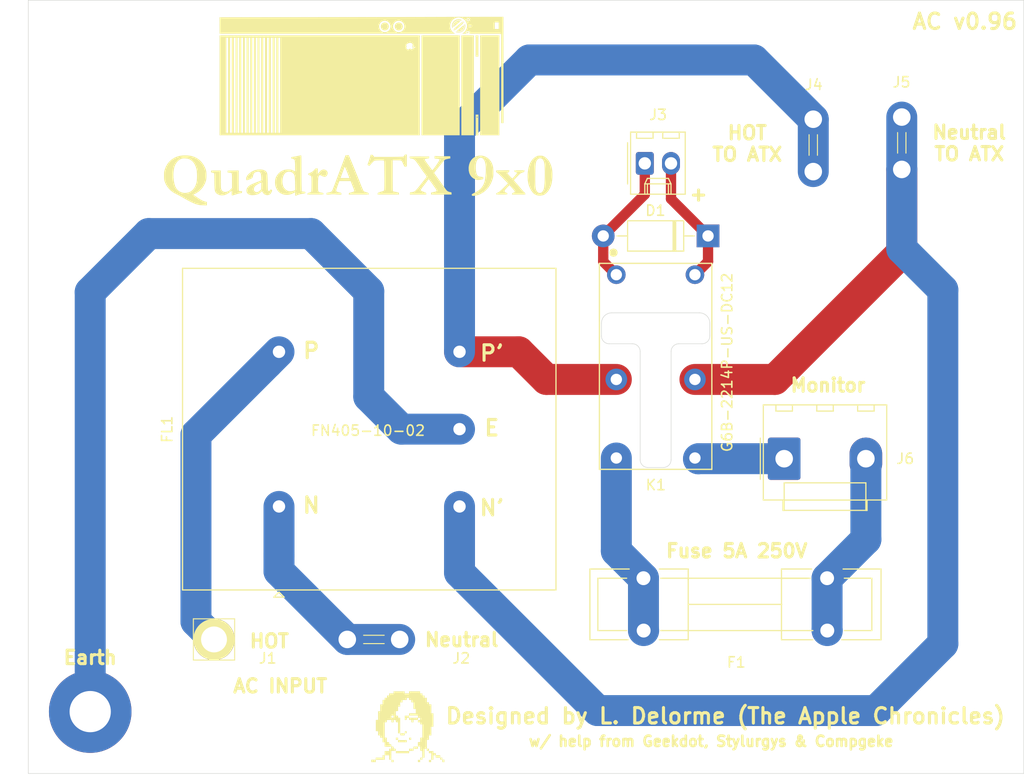
<source format=kicad_pcb>
(kicad_pcb (version 20171130) (host pcbnew "(5.1.5-0-10_14)")

  (general
    (thickness 1.6)
    (drawings 39)
    (tracks 56)
    (zones 0)
    (modules 17)
    (nets 11)
  )

  (page A4)
  (title_block
    (title "QuadrATX AC Board")
    (rev v01)
    (comment 2 creativecommons.org/licenses/by/4.0/)
    (comment 3 "License: CC BY 4.0")
    (comment 4 "Author: Lambert Delorme")
  )

  (layers
    (0 F.Cu signal)
    (31 B.Cu signal)
    (32 B.Adhes user)
    (33 F.Adhes user)
    (34 B.Paste user)
    (35 F.Paste user)
    (36 B.SilkS user)
    (37 F.SilkS user)
    (38 B.Mask user)
    (39 F.Mask user)
    (40 Dwgs.User user)
    (41 Cmts.User user)
    (42 Eco1.User user)
    (43 Eco2.User user)
    (44 Edge.Cuts user)
    (45 Margin user)
    (46 B.CrtYd user)
    (47 F.CrtYd user)
    (48 B.Fab user)
    (49 F.Fab user)
  )

  (setup
    (last_trace_width 3)
    (user_trace_width 1)
    (user_trace_width 3)
    (trace_clearance 0.2)
    (zone_clearance 1)
    (zone_45_only no)
    (trace_min 0.2)
    (via_size 0.8)
    (via_drill 0.4)
    (via_min_size 0.4)
    (via_min_drill 0.3)
    (uvia_size 0.3)
    (uvia_drill 0.1)
    (uvias_allowed no)
    (uvia_min_size 0.2)
    (uvia_min_drill 0.1)
    (edge_width 0.05)
    (segment_width 0.2)
    (pcb_text_width 0.3)
    (pcb_text_size 1.5 1.5)
    (mod_edge_width 0.12)
    (mod_text_size 1 1)
    (mod_text_width 0.15)
    (pad_size 8 8)
    (pad_drill 4)
    (pad_to_mask_clearance 0.051)
    (solder_mask_min_width 0.25)
    (aux_axis_origin 0 0)
    (visible_elements FFFFFF7F)
    (pcbplotparams
      (layerselection 0x010f0_ffffffff)
      (usegerberextensions true)
      (usegerberattributes false)
      (usegerberadvancedattributes false)
      (creategerberjobfile false)
      (excludeedgelayer true)
      (linewidth 0.100000)
      (plotframeref false)
      (viasonmask false)
      (mode 1)
      (useauxorigin false)
      (hpglpennumber 1)
      (hpglpenspeed 20)
      (hpglpendiameter 15.000000)
      (psnegative false)
      (psa4output false)
      (plotreference true)
      (plotvalue true)
      (plotinvisibletext false)
      (padsonsilk false)
      (subtractmaskfromsilk false)
      (outputformat 1)
      (mirror false)
      (drillshape 0)
      (scaleselection 1)
      (outputdirectory "Gerbers/"))
  )

  (net 0 "")
  (net 1 "Net-(FL1-Pad5)")
  (net 2 "Net-(FL1-Pad4)")
  (net 3 Earth)
  (net 4 "Net-(FL1-Pad2)")
  (net 5 "Net-(FL1-Pad1)")
  (net 6 "Net-(F1-Pad1)")
  (net 7 "Net-(F1-Pad2)")
  (net 8 "Net-(J6-Pad1)")
  (net 9 "Net-(D1-Pad1)")
  (net 10 "Net-(D1-Pad2)")

  (net_class Default "This is the default net class."
    (clearance 0.2)
    (trace_width 0.25)
    (via_dia 0.8)
    (via_drill 0.4)
    (uvia_dia 0.3)
    (uvia_drill 0.1)
  )

  (net_class DC ""
    (clearance 8)
    (trace_width 1)
    (via_dia 0.8)
    (via_drill 0.4)
    (uvia_dia 0.3)
    (uvia_drill 0.1)
    (add_net "Net-(D1-Pad1)")
    (add_net "Net-(D1-Pad2)")
  )

  (net_class Earth ""
    (clearance 4)
    (trace_width 3)
    (via_dia 0.8)
    (via_drill 0.4)
    (uvia_dia 0.3)
    (uvia_drill 0.1)
    (add_net Earth)
  )

  (net_class "Power AC" ""
    (clearance 5)
    (trace_width 3)
    (via_dia 0.8)
    (via_drill 0.4)
    (uvia_dia 0.3)
    (uvia_drill 0.1)
    (add_net "Net-(F1-Pad1)")
    (add_net "Net-(F1-Pad2)")
    (add_net "Net-(FL1-Pad1)")
    (add_net "Net-(FL1-Pad2)")
    (add_net "Net-(FL1-Pad4)")
    (add_net "Net-(FL1-Pad5)")
    (add_net "Net-(J6-Pad1)")
  )

  (module Pin_PC:JST_LV locked (layer F.Cu) (tedit 5FB25F37) (tstamp 5EAA9A18)
    (at 87 112 180)
    (descr "JST B1P-LV-TA")
    (tags Connector)
    (path /5E87F416)
    (fp_text reference J1 (at -5.21 -1.83 180) (layer F.SilkS)
      (effects (font (size 1 1) (thickness 0.15)))
    )
    (fp_text value 1226 (at 0 0 180) (layer F.SilkS) hide
      (effects (font (size 1.27 1.27) (thickness 0.254)))
    )
    (fp_arc (start 0 0) (end -2 0) (angle -180) (layer Dwgs.User) (width 0.1))
    (fp_arc (start 0 0) (end 2 0) (angle -180) (layer Dwgs.User) (width 0.1))
    (fp_arc (start 0 0) (end 1.65 0) (angle -180) (layer Dwgs.User) (width 0.2))
    (fp_arc (start 0 0) (end -1.65 0) (angle -180) (layer Dwgs.User) (width 0.2))
    (fp_line (start 1.65 0) (end 1.65 0) (layer Dwgs.User) (width 0.2))
    (fp_line (start -1.65 0) (end -1.65 0) (layer Dwgs.User) (width 0.2))
    (fp_line (start -2 2) (end -2 -2) (layer F.SilkS) (width 0.1))
    (fp_line (start 2 2) (end -2 2) (layer F.SilkS) (width 0.1))
    (fp_line (start 2 -2) (end 2 2) (layer F.SilkS) (width 0.1))
    (fp_line (start -2 -2) (end 2 -2) (layer F.SilkS) (width 0.1))
    (pad 1 thru_hole circle (at 0 0 270) (size 4 4) (drill 2.51) (layers *.Cu *.Mask F.SilkS)
      (net 1 "Net-(FL1-Pad5)"))
  )

  (module Logos:QuadrATX_9x0_1000B (layer F.Cu) (tedit 0) (tstamp 5EAB0F39)
    (at 101.04 69.03)
    (fp_text reference G*** (at 0 0) (layer F.SilkS) hide
      (effects (font (size 1.524 1.524) (thickness 0.3)))
    )
    (fp_text value LOGO (at 0.75 0) (layer F.SilkS) hide
      (effects (font (size 1.524 1.524) (thickness 0.3)))
    )
    (fp_poly (pts (xy 14.574733 -2.455795) (xy 14.559133 -2.396091) (xy 14.517176 -2.354577) (xy 14.47165 -2.330287)
      (xy 14.412304 -2.297061) (xy 14.37901 -2.267974) (xy 14.3764 -2.261046) (xy 14.392993 -2.235417)
      (xy 14.437594 -2.182212) (xy 14.502433 -2.109642) (xy 14.579742 -2.02592) (xy 14.661752 -1.939259)
      (xy 14.740695 -1.857871) (xy 14.808801 -1.789969) (xy 14.858302 -1.743765) (xy 14.881164 -1.727447)
      (xy 14.904302 -1.745832) (xy 14.951656 -1.794743) (xy 15.015497 -1.865203) (xy 15.088101 -1.948236)
      (xy 15.16174 -2.034863) (xy 15.228688 -2.11611) (xy 15.281219 -2.182999) (xy 15.311607 -2.226554)
      (xy 15.313181 -2.229375) (xy 15.332125 -2.28235) (xy 15.317021 -2.31926) (xy 15.26162 -2.347635)
      (xy 15.200392 -2.36523) (xy 15.129994 -2.386974) (xy 15.096793 -2.412558) (xy 15.087702 -2.453033)
      (xy 15.087608 -2.460466) (xy 15.087617 -2.5273) (xy 15.570208 -2.529484) (xy 16.0528 -2.531668)
      (xy 16.0528 -2.47292) (xy 16.038833 -2.422994) (xy 15.992686 -2.378968) (xy 15.907987 -2.336424)
      (xy 15.800489 -2.297989) (xy 15.745283 -2.277454) (xy 15.693459 -2.250197) (xy 15.637652 -2.210239)
      (xy 15.570496 -2.151601) (xy 15.484628 -2.068303) (xy 15.37268 -1.954368) (xy 15.355989 -1.937162)
      (xy 15.254619 -1.831886) (xy 15.165413 -1.737968) (xy 15.094518 -1.661982) (xy 15.048082 -1.610504)
      (xy 15.032688 -1.591406) (xy 15.042191 -1.561705) (xy 15.081431 -1.502417) (xy 15.145127 -1.420757)
      (xy 15.227997 -1.323938) (xy 15.230875 -1.320705) (xy 15.327266 -1.210835) (xy 15.44286 -1.076408)
      (xy 15.564923 -0.932373) (xy 15.680726 -0.79368) (xy 15.712093 -0.75565) (xy 15.802095 -0.64755)
      (xy 15.881523 -0.554759) (xy 15.94461 -0.483809) (xy 15.98559 -0.441229) (xy 15.998067 -0.4318)
      (xy 16.042388 -0.410745) (xy 16.088133 -0.360038) (xy 16.121108 -0.298369) (xy 16.128998 -0.259361)
      (xy 16.128996 -0.1905) (xy 14.859 -0.189288) (xy 14.859 -0.24732) (xy 14.870264 -0.287088)
      (xy 14.910273 -0.32475) (xy 14.988351 -0.368751) (xy 14.9987 -0.373868) (xy 15.072348 -0.414786)
      (xy 15.122966 -0.452082) (xy 15.1384 -0.474097) (xy 15.122227 -0.503766) (xy 15.078024 -0.563057)
      (xy 15.012262 -0.644306) (xy 14.931413 -0.73985) (xy 14.841949 -0.842025) (xy 14.750342 -0.943167)
      (xy 14.67217 -1.026191) (xy 14.599641 -1.101467) (xy 14.36102 -0.859335) (xy 14.241721 -0.732185)
      (xy 14.162521 -0.630538) (xy 14.122907 -0.549381) (xy 14.122363 -0.483703) (xy 14.160377 -0.42849)
      (xy 14.236435 -0.378729) (xy 14.308385 -0.345959) (xy 14.372624 -0.312625) (xy 14.397218 -0.277606)
      (xy 14.397285 -0.251576) (xy 14.393055 -0.233611) (xy 14.382211 -0.220059) (xy 14.358295 -0.210231)
      (xy 14.314849 -0.203437) (xy 14.245415 -0.198987) (xy 14.143534 -0.196192) (xy 14.002749 -0.194362)
      (xy 13.84935 -0.193063) (xy 13.670889 -0.191774) (xy 13.536864 -0.19149) (xy 13.440914 -0.192816)
      (xy 13.376676 -0.196358) (xy 13.337787 -0.202721) (xy 13.317886 -0.21251) (xy 13.310611 -0.226332)
      (xy 13.3096 -0.244422) (xy 13.320161 -0.279885) (xy 13.357637 -0.314778) (xy 13.430716 -0.35607)
      (xy 13.475932 -0.377849) (xy 13.538852 -0.410414) (xy 13.602733 -0.451227) (xy 13.673916 -0.505587)
      (xy 13.75874 -0.578793) (xy 13.863547 -0.676145) (xy 13.994679 -0.802943) (xy 14.052583 -0.859805)
      (xy 14.462902 -1.263924) (xy 13.9991 -1.743212) (xy 13.870374 -1.874626) (xy 13.748918 -1.995603)
      (xy 13.640421 -2.100712) (xy 13.550572 -2.18452) (xy 13.48506 -2.241596) (xy 13.452388 -2.265229)
      (xy 13.364937 -2.321151) (xy 13.321055 -2.380203) (xy 13.313889 -2.45172) (xy 13.314114 -2.453693)
      (xy 13.3223 -2.522858) (xy 14.582566 -2.536616) (xy 14.574733 -2.455795)) (layer F.SilkS) (width 0.01))
    (fp_poly (pts (xy 7.471615 -3.914667) (xy 7.568628 -3.90941) (xy 7.612465 -3.905834) (xy 7.710413 -3.899796)
      (xy 7.846377 -3.89521) (xy 8.007588 -3.89231) (xy 8.181277 -3.891332) (xy 8.3439 -3.892367)
      (xy 8.8519 -3.8989) (xy 8.867016 -3.693314) (xy 8.634225 -3.648688) (xy 8.524091 -3.624643)
      (xy 8.427215 -3.598233) (xy 8.358722 -3.57379) (xy 8.34153 -3.564812) (xy 8.297289 -3.52727)
      (xy 8.230311 -3.457259) (xy 8.139288 -3.35322) (xy 8.022908 -3.213599) (xy 7.879862 -3.036838)
      (xy 7.708839 -2.821382) (xy 7.611754 -2.697797) (xy 7.287698 -2.284094) (xy 7.344344 -2.202497)
      (xy 7.399883 -2.123097) (xy 7.476685 -2.014161) (xy 7.570285 -1.881946) (xy 7.676219 -1.732712)
      (xy 7.790023 -1.572715) (xy 7.907234 -1.408213) (xy 8.023388 -1.245465) (xy 8.13402 -1.090729)
      (xy 8.234668 -0.950263) (xy 8.320866 -0.830324) (xy 8.388151 -0.73717) (xy 8.43206 -0.67706)
      (xy 8.440934 -0.665178) (xy 8.520417 -0.570745) (xy 8.599331 -0.506176) (xy 8.69441 -0.461118)
      (xy 8.822389 -0.42522) (xy 8.832631 -0.422869) (xy 8.9789 -0.389617) (xy 8.981686 -0.288591)
      (xy 8.984473 -0.187565) (xy 7.997436 -0.186891) (xy 7.0104 -0.186218) (xy 7.0104 -0.374524)
      (xy 7.23265 -0.419911) (xy 7.371652 -0.450043) (xy 7.466019 -0.477187) (xy 7.52127 -0.506422)
      (xy 7.542925 -0.54283) (xy 7.536503 -0.591492) (xy 7.507524 -0.657487) (xy 7.50218 -0.668012)
      (xy 7.477427 -0.708137) (xy 7.427828 -0.782163) (xy 7.358445 -0.882929) (xy 7.274338 -1.003272)
      (xy 7.180569 -1.136031) (xy 7.0822 -1.274044) (xy 6.984292 -1.410148) (xy 6.891905 -1.537181)
      (xy 6.810102 -1.647982) (xy 6.801614 -1.659344) (xy 6.785838 -1.674356) (xy 6.766752 -1.673665)
      (xy 6.739267 -1.652097) (xy 6.698295 -1.604478) (xy 6.63875 -1.525634) (xy 6.555545 -1.41039)
      (xy 6.552083 -1.405551) (xy 6.468105 -1.289603) (xy 6.387476 -1.180847) (xy 6.318115 -1.089791)
      (xy 6.267939 -1.026945) (xy 6.258736 -1.016208) (xy 6.19852 -0.94254) (xy 6.134708 -0.855964)
      (xy 6.075015 -0.768099) (xy 6.027155 -0.690565) (xy 5.998843 -0.63498) (xy 5.9944 -0.618104)
      (xy 6.010219 -0.575043) (xy 6.061092 -0.533112) (xy 6.152143 -0.489164) (xy 6.279742 -0.442938)
      (xy 6.39196 -0.404036) (xy 6.464079 -0.372379) (xy 6.504856 -0.341288) (xy 6.523046 -0.304085)
      (xy 6.527406 -0.254088) (xy 6.527407 -0.254) (xy 6.527792 -0.1905) (xy 5.739192 -0.189412)
      (xy 4.950593 -0.188323) (xy 4.958146 -0.291012) (xy 4.9657 -0.3937) (xy 5.1169 -0.41248)
      (xy 5.196758 -0.42304) (xy 5.265589 -0.43564) (xy 5.327535 -0.45399) (xy 5.386736 -0.481798)
      (xy 5.447332 -0.522771) (xy 5.513466 -0.580618) (xy 5.589276 -0.659048) (xy 5.678905 -0.761769)
      (xy 5.786494 -0.892488) (xy 5.916182 -1.054915) (xy 6.072111 -1.252758) (xy 6.112338 -1.303936)
      (xy 6.225482 -1.447895) (xy 6.329119 -1.57975) (xy 6.418862 -1.693919) (xy 6.490323 -1.78482)
      (xy 6.539113 -1.846871) (xy 6.560755 -1.874376) (xy 6.565867 -1.921321) (xy 6.534064 -2.00054)
      (xy 6.466262 -2.110396) (xy 6.363372 -2.249254) (xy 6.323872 -2.2987) (xy 6.237208 -2.410817)
      (xy 6.144117 -2.539425) (xy 6.063616 -2.658188) (xy 6.057953 -2.667) (xy 5.999942 -2.754915)
      (xy 5.920419 -2.871459) (xy 5.827929 -3.004305) (xy 5.731017 -3.141128) (xy 5.681414 -3.210167)
      (xy 5.5741 -3.355902) (xy 5.48691 -3.465097) (xy 5.412169 -3.543729) (xy 5.342199 -3.597776)
      (xy 5.269325 -3.633216) (xy 5.18587 -3.656026) (xy 5.088939 -3.671557) (xy 5.011165 -3.684544)
      (xy 4.969626 -3.703031) (xy 4.949893 -3.736278) (xy 4.942889 -3.765304) (xy 4.932007 -3.825484)
      (xy 4.9276 -3.861036) (xy 4.952067 -3.865314) (xy 5.021742 -3.869083) (xy 5.131035 -3.872246)
      (xy 5.274356 -3.87471) (xy 5.446113 -3.87638) (xy 5.640718 -3.877163) (xy 5.852579 -3.876962)
      (xy 5.867373 -3.876911) (xy 6.807147 -3.8735) (xy 6.807173 -3.792662) (xy 6.803462 -3.744691)
      (xy 6.785285 -3.714011) (xy 6.742137 -3.693853) (xy 6.66351 -3.677448) (xy 6.6167 -3.669943)
      (xy 6.503913 -3.651448) (xy 6.432482 -3.636338) (xy 6.393363 -3.621644) (xy 6.377511 -3.604395)
      (xy 6.3754 -3.590689) (xy 6.391599 -3.545288) (xy 6.43952 -3.462573) (xy 6.518142 -3.344071)
      (xy 6.626447 -3.191311) (xy 6.763416 -3.00582) (xy 6.780349 -2.983271) (xy 6.860796 -2.875544)
      (xy 6.936166 -2.773261) (xy 6.997785 -2.688278) (xy 7.0358 -2.634194) (xy 7.077524 -2.577523)
      (xy 7.108712 -2.54403) (xy 7.115984 -2.540174) (xy 7.147014 -2.560388) (xy 7.199719 -2.616598)
      (xy 7.269083 -2.701576) (xy 7.350092 -2.808094) (xy 7.43773 -2.928924) (xy 7.526981 -3.056839)
      (xy 7.61283 -3.18461) (xy 7.690261 -3.30501) (xy 7.75426 -3.41081) (xy 7.799811 -3.494785)
      (xy 7.821898 -3.549704) (xy 7.8232 -3.559357) (xy 7.815253 -3.597058) (xy 7.785905 -3.623089)
      (xy 7.726892 -3.640493) (xy 7.62995 -3.652315) (xy 7.5565 -3.6576) (xy 7.3533 -3.6703)
      (xy 7.345302 -3.782083) (xy 7.345809 -3.853413) (xy 7.3565 -3.901404) (xy 7.363168 -3.90985)
      (xy 7.398732 -3.914885) (xy 7.471615 -3.914667)) (layer F.SilkS) (width 0.01))
    (fp_poly (pts (xy 4.6482 -2.92494) (xy 4.555492 -2.894344) (xy 4.492349 -2.87723) (xy 4.45507 -2.883471)
      (xy 4.422522 -2.917146) (xy 4.419979 -2.920497) (xy 4.391421 -2.968487) (xy 4.350625 -3.049719)
      (xy 4.304382 -3.15033) (xy 4.281316 -3.203624) (xy 4.234106 -3.306132) (xy 4.187033 -3.393208)
      (xy 4.147273 -3.452181) (xy 4.131777 -3.467601) (xy 4.098598 -3.482735) (xy 4.044249 -3.493453)
      (xy 3.961363 -3.500363) (xy 3.842575 -3.504076) (xy 3.680516 -3.5052) (xy 3.2766 -3.5052)
      (xy 3.2766 -2.073275) (xy 3.276874 -1.805887) (xy 3.277664 -1.551964) (xy 3.278918 -1.316374)
      (xy 3.280586 -1.103985) (xy 3.282617 -0.919663) (xy 3.28496 -0.768276) (xy 3.287564 -0.654692)
      (xy 3.290379 -0.583777) (xy 3.292359 -0.562552) (xy 3.311636 -0.507185) (xy 3.351628 -0.479312)
      (xy 3.400309 -0.467997) (xy 3.471526 -0.454516) (xy 3.571229 -0.434035) (xy 3.678383 -0.410881)
      (xy 3.683 -0.409855) (xy 3.8735 -0.367471) (xy 3.881127 -0.27692) (xy 3.888755 -0.186369)
      (xy 2.85879 -0.188435) (xy 1.828824 -0.1905) (xy 1.828812 -0.259765) (xy 1.837846 -0.309398)
      (xy 1.869725 -0.350319) (xy 1.931586 -0.386999) (xy 2.030566 -0.423908) (xy 2.144421 -0.457478)
      (xy 2.272828 -0.49339) (xy 2.360759 -0.522163) (xy 2.416475 -0.550986) (xy 2.448238 -0.587049)
      (xy 2.464309 -0.63754) (xy 2.472949 -0.70965) (xy 2.476177 -0.746178) (xy 2.479228 -0.807618)
      (xy 2.48177 -0.914074) (xy 2.48377 -1.059763) (xy 2.485196 -1.238904) (xy 2.486015 -1.445714)
      (xy 2.486193 -1.674411) (xy 2.485699 -1.919213) (xy 2.484498 -2.174339) (xy 2.484392 -2.191688)
      (xy 2.482413 -2.482062) (xy 2.480315 -2.725692) (xy 2.477953 -2.926634) (xy 2.475182 -3.088945)
      (xy 2.471857 -3.21668) (xy 2.467834 -3.313897) (xy 2.462968 -3.384651) (xy 2.457115 -3.432999)
      (xy 2.450129 -3.462996) (xy 2.441867 -3.4787) (xy 2.4384 -3.481739) (xy 2.39859 -3.490833)
      (xy 2.314509 -3.497207) (xy 2.192628 -3.500613) (xy 2.039415 -3.500803) (xy 1.966489 -3.499851)
      (xy 1.808407 -3.496939) (xy 1.692499 -3.493528) (xy 1.610144 -3.488353) (xy 1.552721 -3.48015)
      (xy 1.511611 -3.467653) (xy 1.478192 -3.449597) (xy 1.443844 -3.424717) (xy 1.441309 -3.422784)
      (xy 1.383944 -3.371595) (xy 1.308078 -3.29387) (xy 1.226565 -3.203047) (xy 1.192252 -3.162434)
      (xy 1.123482 -3.081121) (xy 1.066468 -3.017108) (xy 1.028946 -2.978899) (xy 1.018933 -2.971895)
      (xy 0.98896 -2.984004) (xy 0.934971 -3.013763) (xy 0.922518 -3.021247) (xy 0.841736 -3.070503)
      (xy 0.925893 -3.306902) (xy 0.973322 -3.445641) (xy 1.02468 -3.604552) (xy 1.070699 -3.754752)
      (xy 1.08126 -3.79095) (xy 1.152469 -4.0386) (xy 1.24588 -4.0386) (xy 1.308628 -4.032251)
      (xy 1.354762 -4.005419) (xy 1.403108 -3.946429) (xy 1.4097 -3.937) (xy 1.480108 -3.8354)
      (xy 2.845079 -3.8354) (xy 3.106064 -3.835681) (xy 3.353515 -3.836486) (xy 3.58244 -3.837763)
      (xy 3.787846 -3.839459) (xy 3.964741 -3.841521) (xy 4.108131 -3.843895) (xy 4.213025 -3.846529)
      (xy 4.274429 -3.849369) (xy 4.286758 -3.850742) (xy 4.347729 -3.876661) (xy 4.392957 -3.934222)
      (xy 4.408091 -3.965042) (xy 4.441319 -4.028115) (xy 4.477366 -4.056586) (xy 4.535567 -4.063895)
      (xy 4.550457 -4.064) (xy 4.6482 -4.064) (xy 4.6482 -2.92494)) (layer F.SilkS) (width 0.01))
    (fp_poly (pts (xy -0.674579 -3.27025) (xy -0.591595 -3.071154) (xy -0.494844 -2.836465) (xy -0.389089 -2.577889)
      (xy -0.279091 -2.307135) (xy -0.169612 -2.035909) (xy -0.065412 -1.77592) (xy -0.000548 -1.6129)
      (xy 0.082794 -1.403358) (xy 0.161813 -1.205925) (xy 0.234223 -1.026222) (xy 0.297739 -0.869867)
      (xy 0.350075 -0.742482) (xy 0.388945 -0.649686) (xy 0.412064 -0.597099) (xy 0.415169 -0.59079)
      (xy 0.467934 -0.51446) (xy 0.539895 -0.461341) (xy 0.643816 -0.423467) (xy 0.7068 -0.408776)
      (xy 0.819842 -0.381281) (xy 0.890688 -0.352004) (xy 0.927807 -0.315499) (xy 0.93967 -0.266315)
      (xy 0.9398 -0.258902) (xy 0.9398 -0.18939) (xy -0.013833 -0.189945) (xy -0.967465 -0.1905)
      (xy -0.959983 -0.265852) (xy -0.953446 -0.303678) (xy -0.935985 -0.329521) (xy -0.897177 -0.349408)
      (xy -0.826594 -0.369368) (xy -0.750137 -0.387194) (xy -0.59913 -0.427626) (xy -0.497215 -0.469437)
      (xy -0.442688 -0.513477) (xy -0.4318 -0.545917) (xy -0.440857 -0.580071) (xy -0.466078 -0.653374)
      (xy -0.50454 -0.757897) (xy -0.553321 -0.885711) (xy -0.609497 -1.028887) (xy -0.614169 -1.040631)
      (xy -0.796537 -1.4986) (xy -1.894786 -1.4986) (xy -2.019187 -1.163495) (xy -2.09123 -0.966153)
      (xy -2.144115 -0.810254) (xy -2.177896 -0.690219) (xy -2.19263 -0.600465) (xy -2.188374 -0.535411)
      (xy -2.165184 -0.489475) (xy -2.123115 -0.457077) (xy -2.062225 -0.432635) (xy -2.026661 -0.422181)
      (xy -1.929195 -0.397313) (xy -1.834271 -0.376207) (xy -1.79705 -0.369227) (xy -1.73465 -0.354686)
      (xy -1.707888 -0.328498) (xy -1.701843 -0.274077) (xy -1.7018 -0.263352) (xy -1.7018 -0.173406)
      (xy -2.10185 -0.192876) (xy -2.254109 -0.200344) (xy -2.367171 -0.205618) (xy -2.452593 -0.208653)
      (xy -2.521933 -0.209408) (xy -2.586749 -0.207838) (xy -2.658598 -0.203902) (xy -2.749037 -0.197556)
      (xy -2.85115 -0.190091) (xy -3.1242 -0.170319) (xy -3.1242 -0.34682) (xy -2.954942 -0.378007)
      (xy -2.817783 -0.406253) (xy -2.720342 -0.436397) (xy -2.651785 -0.47534) (xy -2.601277 -0.529982)
      (xy -2.557982 -0.607222) (xy -2.542662 -0.640573) (xy -2.521653 -0.691665) (xy -2.484699 -0.785966)
      (xy -2.433477 -0.919038) (xy -2.369665 -1.086445) (xy -2.294943 -1.28375) (xy -2.210989 -1.506517)
      (xy -2.119481 -1.750308) (xy -2.10495 -1.789161) (xy -1.778 -1.789161) (xy -1.753973 -1.785505)
      (xy -1.687377 -1.782352) (xy -1.586444 -1.779913) (xy -1.459406 -1.778401) (xy -1.344489 -1.778)
      (xy -0.910977 -1.778) (xy -0.928234 -1.83515) (xy -0.948122 -1.892638) (xy -0.983362 -1.986477)
      (xy -1.029749 -2.106136) (xy -1.083079 -2.241082) (xy -1.139146 -2.380783) (xy -1.193746 -2.514705)
      (xy -1.242674 -2.632317) (xy -1.281725 -2.723086) (xy -1.290746 -2.7432) (xy -1.334382 -2.830484)
      (xy -1.365096 -2.872837) (xy -1.380994 -2.8702) (xy -1.400873 -2.818409) (xy -1.433065 -2.732621)
      (xy -1.474544 -2.621069) (xy -1.522288 -2.491988) (xy -1.573273 -2.353608) (xy -1.624476 -2.214164)
      (xy -1.672873 -2.081887) (xy -1.715441 -1.965011) (xy -1.749157 -1.871769) (xy -1.770996 -1.810392)
      (xy -1.778 -1.789161) (xy -2.10495 -1.789161) (xy -2.022097 -2.010688) (xy -1.920516 -2.28322)
      (xy -1.879342 -2.39395) (xy -1.287079 -3.9878) (xy -0.975982 -3.9878) (xy -0.674579 -3.27025)) (layer F.SilkS) (width 0.01))
    (fp_poly (pts (xy -3.982282 -2.435884) (xy -3.9751 -2.153967) (xy -3.873231 -2.302534) (xy -3.75167 -2.450303)
      (xy -3.623033 -2.550983) (xy -3.489621 -2.603645) (xy -3.353737 -2.607362) (xy -3.223792 -2.564376)
      (xy -3.113908 -2.483913) (xy -3.04737 -2.38039) (xy -3.026196 -2.260282) (xy -3.052404 -2.130069)
      (xy -3.07365 -2.082312) (xy -3.146677 -1.980101) (xy -3.239257 -1.923073) (xy -3.352746 -1.911019)
      (xy -3.488504 -1.943733) (xy -3.610833 -2.00025) (xy -3.787222 -2.0955) (xy -3.848229 -2.025609)
      (xy -3.881742 -1.981849) (xy -3.908085 -1.931944) (xy -3.928091 -1.869496) (xy -3.942595 -1.788108)
      (xy -3.95243 -1.681383) (xy -3.95843 -1.542923) (xy -3.961428 -1.36633) (xy -3.962259 -1.150767)
      (xy -3.962156 -0.958343) (xy -3.961376 -0.810098) (xy -3.959366 -0.69941) (xy -3.955571 -0.619658)
      (xy -3.949435 -0.564222) (xy -3.940404 -0.52648) (xy -3.927922 -0.49981) (xy -3.911437 -0.477592)
      (xy -3.90525 -0.470371) (xy -3.859932 -0.430718) (xy -3.797009 -0.403343) (xy -3.701777 -0.382426)
      (xy -3.6703 -0.377387) (xy -3.553289 -0.355791) (xy -3.479647 -0.331266) (xy -3.441959 -0.299612)
      (xy -3.432809 -0.256623) (xy -3.434125 -0.243523) (xy -3.437448 -0.228524) (xy -3.446237 -0.216658)
      (xy -3.465872 -0.207557) (xy -3.501735 -0.200852) (xy -3.559206 -0.196175) (xy -3.643668 -0.193159)
      (xy -3.760501 -0.191435) (xy -3.915086 -0.190634) (xy -4.112805 -0.19039) (xy -4.211138 -0.190364)
      (xy -4.980576 -0.190228) (xy -4.973138 -0.252884) (xy -4.960998 -0.290224) (xy -4.927683 -0.320093)
      (xy -4.862315 -0.350106) (xy -4.804714 -0.370827) (xy -4.717791 -0.40347) (xy -4.648678 -0.434498)
      (xy -4.614214 -0.455773) (xy -4.604639 -0.483476) (xy -4.597104 -0.547205) (xy -4.591494 -0.649949)
      (xy -4.587691 -0.794696) (xy -4.585579 -0.984435) (xy -4.585031 -1.205615) (xy -4.585343 -1.417107)
      (xy -4.5863 -1.58369) (xy -4.588263 -1.711251) (xy -4.59159 -1.805681) (xy -4.596641 -1.872869)
      (xy -4.603775 -1.918703) (xy -4.613351 -1.949074) (xy -4.625729 -1.96987) (xy -4.632115 -1.97746)
      (xy -4.691288 -2.020397) (xy -4.758784 -2.046194) (xy -4.846675 -2.075314) (xy -4.89185 -2.119201)
      (xy -4.9022 -2.170172) (xy -4.89267 -2.2063) (xy -4.856831 -2.234658) (xy -4.783814 -2.263143)
      (xy -4.766649 -2.268652) (xy -4.628365 -2.328228) (xy -4.48857 -2.415573) (xy -4.364962 -2.518088)
      (xy -4.28138 -2.614065) (xy -4.23305 -2.67715) (xy -4.18989 -2.707719) (xy -4.131721 -2.71728)
      (xy -4.099478 -2.7178) (xy -3.989464 -2.7178) (xy -3.982282 -2.435884)) (layer F.SilkS) (width 0.01))
    (fp_poly (pts (xy -9.485913 -2.60971) (xy -9.309485 -2.58451) (xy -9.156964 -2.534313) (xy -9.037248 -2.462841)
      (xy -8.972315 -2.394652) (xy -8.940613 -2.346427) (xy -8.915145 -2.29835) (xy -8.895138 -2.24425)
      (xy -8.879816 -2.177951) (xy -8.868405 -2.09328) (xy -8.86013 -1.984065) (xy -8.854216 -1.84413)
      (xy -8.849888 -1.667303) (xy -8.846372 -1.447409) (xy -8.84552 -1.3843) (xy -8.842063 -1.156749)
      (xy -8.838158 -0.974857) (xy -8.833512 -0.833482) (xy -8.827829 -0.727482) (xy -8.820816 -0.651717)
      (xy -8.812178 -0.601046) (xy -8.801621 -0.570326) (xy -8.79864 -0.56515) (xy -8.746305 -0.516643)
      (xy -8.688426 -0.516327) (xy -8.63288 -0.563398) (xy -8.619731 -0.583404) (xy -8.571077 -0.649769)
      (xy -8.524896 -0.670941) (xy -8.470861 -0.650888) (xy -8.461116 -0.644344) (xy -8.425897 -0.614082)
      (xy -8.411913 -0.579689) (xy -8.420174 -0.530147) (xy -8.45169 -0.454439) (xy -8.484722 -0.38678)
      (xy -8.536856 -0.293263) (xy -8.587362 -0.232771) (xy -8.650026 -0.189927) (xy -8.670541 -0.179523)
      (xy -8.816685 -0.134987) (xy -8.963701 -0.137701) (xy -9.101926 -0.185222) (xy -9.221698 -0.275105)
      (xy -9.26854 -0.330834) (xy -9.316469 -0.402311) (xy -9.351786 -0.464573) (xy -9.361223 -0.486767)
      (xy -9.373176 -0.509007) (xy -9.394259 -0.508586) (xy -9.432905 -0.481206) (xy -9.497549 -0.42257)
      (xy -9.50964 -0.411163) (xy -9.588802 -0.341145) (xy -9.666189 -0.280634) (xy -9.722065 -0.244473)
      (xy -9.853391 -0.193813) (xy -10.015863 -0.156726) (xy -10.191979 -0.135029) (xy -10.364236 -0.130537)
      (xy -10.515129 -0.145068) (xy -10.5664 -0.156844) (xy -10.703468 -0.217995) (xy -10.804353 -0.308565)
      (xy -10.867893 -0.421175) (xy -10.892923 -0.548443) (xy -10.878281 -0.68299) (xy -10.877134 -0.685772)
      (xy -10.1854 -0.685772) (xy -10.177575 -0.607974) (xy -10.146798 -0.546257) (xy -10.09904 -0.49276)
      (xy -10.011386 -0.428005) (xy -9.91628 -0.406889) (xy -9.804843 -0.428466) (xy -9.7409 -0.454657)
      (xy -9.659439 -0.503566) (xy -9.576087 -0.570131) (xy -9.5504 -0.595186) (xy -9.4615 -0.688575)
      (xy -9.452534 -1.01993) (xy -9.443568 -1.351284) (xy -9.503334 -1.333138) (xy -9.589443 -1.298905)
      (xy -9.699435 -1.24418) (xy -9.816254 -1.178546) (xy -9.922843 -1.111585) (xy -10.001987 -1.053013)
      (xy -10.1111 -0.932282) (xy -10.171568 -0.798012) (xy -10.1854 -0.685772) (xy -10.877134 -0.685772)
      (xy -10.822804 -0.817434) (xy -10.725329 -0.944394) (xy -10.695081 -0.97336) (xy -10.630593 -1.027882)
      (xy -10.561014 -1.077609) (xy -10.479065 -1.126245) (xy -10.377472 -1.177492) (xy -10.248955 -1.235053)
      (xy -10.086238 -1.302629) (xy -9.909027 -1.373304) (xy -9.442153 -1.557318) (xy -9.454697 -1.851809)
      (xy -9.468633 -2.043681) (xy -9.494001 -2.189957) (xy -9.533757 -2.295131) (xy -9.590858 -2.363694)
      (xy -9.668261 -2.40014) (xy -9.768923 -2.408961) (xy -9.819132 -2.40548) (xy -9.978712 -2.372316)
      (xy -10.101042 -2.3075) (xy -10.189653 -2.207498) (xy -10.248075 -2.06878) (xy -10.272092 -1.952376)
      (xy -10.28712 -1.880371) (xy -10.313703 -1.825022) (xy -10.360287 -1.778762) (xy -10.435315 -1.734025)
      (xy -10.547234 -1.683246) (xy -10.594476 -1.663554) (xy -10.71703 -1.614933) (xy -10.801664 -1.587236)
      (xy -10.85633 -1.579569) (xy -10.888985 -1.591038) (xy -10.907583 -1.620752) (xy -10.910097 -1.628109)
      (xy -10.920764 -1.742017) (xy -10.888854 -1.870313) (xy -10.817931 -2.00613) (xy -10.711557 -2.142605)
      (xy -10.577009 -2.269831) (xy -10.349601 -2.426059) (xy -10.104544 -2.535054) (xy -9.840663 -2.597183)
      (xy -9.556779 -2.612814) (xy -9.485913 -2.60971)) (layer F.SilkS) (width 0.01))
    (fp_poly (pts (xy -11.6586 -1.542296) (xy -11.658156 -1.274457) (xy -11.656753 -1.054025) (xy -11.654289 -0.877615)
      (xy -11.650661 -0.741843) (xy -11.645767 -0.643322) (xy -11.639503 -0.578667) (xy -11.631767 -0.544493)
      (xy -11.628121 -0.538481) (xy -11.586732 -0.521146) (xy -11.514147 -0.510105) (xy -11.463021 -0.508)
      (xy -11.3284 -0.508) (xy -11.3284 -0.422598) (xy -11.330712 -0.373599) (xy -11.345909 -0.346392)
      (xy -11.386385 -0.331937) (xy -11.464534 -0.321195) (xy -11.46799 -0.320789) (xy -11.547637 -0.30618)
      (xy -11.659994 -0.278703) (xy -11.789854 -0.242354) (xy -11.91635 -0.202992) (xy -12.037172 -0.164457)
      (xy -12.143487 -0.132656) (xy -12.224437 -0.110693) (xy -12.269162 -0.101672) (xy -12.271107 -0.1016)
      (xy -12.293124 -0.107135) (xy -12.307499 -0.129978) (xy -12.316377 -0.179495) (xy -12.3219 -0.265047)
      (xy -12.324397 -0.334457) (xy -12.3317 -0.567314) (xy -12.4587 -0.457177) (xy -12.676061 -0.292392)
      (xy -12.889733 -0.178252) (xy -13.099774 -0.114741) (xy -13.306236 -0.101842) (xy -13.508398 -0.139295)
      (xy -13.601064 -0.176987) (xy -13.696342 -0.228567) (xy -13.71939 -0.243649) (xy -13.788265 -0.295254)
      (xy -13.844747 -0.349092) (xy -13.890043 -0.410609) (xy -13.925361 -0.485253) (xy -13.95191 -0.578471)
      (xy -13.970897 -0.69571) (xy -13.983531 -0.842416) (xy -13.99102 -1.024037) (xy -13.994572 -1.246021)
      (xy -13.9954 -1.488127) (xy -13.995946 -1.716078) (xy -13.9977 -1.89751) (xy -14.00084 -2.036691)
      (xy -14.005542 -2.137892) (xy -14.011984 -2.205382) (xy -14.020341 -2.243431) (xy -14.02715 -2.254619)
      (xy -14.071522 -2.275031) (xy -14.141847 -2.293575) (xy -14.16102 -2.297076) (xy -14.253212 -2.31674)
      (xy -14.303257 -2.342685) (xy -14.319788 -2.382726) (xy -14.313597 -2.435228) (xy -14.296164 -2.5146)
      (xy -13.3858 -2.5146) (xy -13.3858 -1.705267) (xy -13.384995 -1.500433) (xy -13.382713 -1.305918)
      (xy -13.379158 -1.12917) (xy -13.374533 -0.977637) (xy -13.36904 -0.858766) (xy -13.362884 -0.780005)
      (xy -13.360047 -0.760139) (xy -13.312836 -0.621886) (xy -13.231479 -0.520918) (xy -13.117304 -0.458154)
      (xy -12.97164 -0.434514) (xy -12.894004 -0.437067) (xy -12.744635 -0.465805) (xy -12.608422 -0.528931)
      (xy -12.473449 -0.632562) (xy -12.42695 -0.67689) (xy -12.2936 -0.809487) (xy -12.2936 -1.532326)
      (xy -12.2932 -1.747804) (xy -12.293196 -1.917982) (xy -12.29538 -2.048338) (xy -12.301548 -2.144355)
      (xy -12.313492 -2.211511) (xy -12.333006 -2.255288) (xy -12.361883 -2.281164) (xy -12.401918 -2.294621)
      (xy -12.454903 -2.301138) (xy -12.522633 -2.306195) (xy -12.5476 -2.30839) (xy -12.7127 -2.3241)
      (xy -12.7127 -2.5019) (xy -12.18565 -2.508766) (xy -11.6586 -2.515631) (xy -11.6586 -1.542296)) (layer F.SilkS) (width 0.01))
    (fp_poly (pts (xy 17.685541 -3.947083) (xy 17.774723 -3.937938) (xy 17.850048 -3.918457) (xy 17.929917 -3.885349)
      (xy 17.935448 -3.882767) (xy 18.11578 -3.771488) (xy 18.281291 -3.616324) (xy 18.428162 -3.422986)
      (xy 18.552572 -3.197183) (xy 18.650702 -2.944626) (xy 18.70735 -2.728902) (xy 18.747672 -2.462039)
      (xy 18.765099 -2.166259) (xy 18.760052 -1.857782) (xy 18.732949 -1.552824) (xy 18.684212 -1.267604)
      (xy 18.667683 -1.197219) (xy 18.589778 -0.955331) (xy 18.483385 -0.729322) (xy 18.353777 -0.526736)
      (xy 18.206229 -0.355118) (xy 18.046012 -0.222014) (xy 17.9451 -0.16334) (xy 17.78067 -0.106898)
      (xy 17.592651 -0.081657) (xy 17.398588 -0.08901) (xy 17.282335 -0.110699) (xy 17.115346 -0.173451)
      (xy 16.964656 -0.274936) (xy 16.827029 -0.418346) (xy 16.699231 -0.606874) (xy 16.61104 -0.773267)
      (xy 16.533095 -0.944629) (xy 16.475473 -1.09968) (xy 16.43309 -1.256356) (xy 16.400862 -1.432589)
      (xy 16.386585 -1.540591) (xy 17.097643 -1.540591) (xy 17.100581 -1.315408) (xy 17.106728 -1.127595)
      (xy 17.116352 -0.972696) (xy 17.129719 -0.846254) (xy 17.147096 -0.743811) (xy 17.16875 -0.660909)
      (xy 17.19131 -0.601133) (xy 17.270329 -0.468467) (xy 17.368477 -0.379582) (xy 17.481672 -0.336341)
      (xy 17.605834 -0.340606) (xy 17.694477 -0.371606) (xy 17.778917 -0.436224) (xy 17.855229 -0.541169)
      (xy 17.916932 -0.675996) (xy 17.947089 -0.77877) (xy 17.968957 -0.902483) (xy 17.987691 -1.066955)
      (xy 18.003208 -1.264275) (xy 18.015426 -1.486531) (xy 18.02426 -1.725812) (xy 18.029629 -1.974205)
      (xy 18.031448 -2.2238) (xy 18.029636 -2.466685) (xy 18.024109 -2.694947) (xy 18.014785 -2.900675)
      (xy 18.001579 -3.075958) (xy 17.98441 -3.212884) (xy 17.973208 -3.269141) (xy 17.922615 -3.43215)
      (xy 17.858798 -3.55166) (xy 17.777758 -3.634129) (xy 17.728693 -3.663911) (xy 17.603247 -3.701868)
      (xy 17.481278 -3.690632) (xy 17.36766 -3.631788) (xy 17.267268 -3.526923) (xy 17.255337 -3.509836)
      (xy 17.221262 -3.453445) (xy 17.192808 -3.390924) (xy 17.169409 -3.317203) (xy 17.150501 -3.227215)
      (xy 17.135517 -3.11589) (xy 17.123891 -2.978159) (xy 17.115059 -2.808955) (xy 17.108453 -2.603207)
      (xy 17.10351 -2.355848) (xy 17.100328 -2.1209) (xy 17.097648 -1.807603) (xy 17.097643 -1.540591)
      (xy 16.386585 -1.540591) (xy 16.380531 -1.586388) (xy 16.360513 -1.891144) (xy 16.369044 -2.205813)
      (xy 16.404393 -2.51851) (xy 16.464829 -2.817348) (xy 16.548623 -3.090441) (xy 16.625857 -3.271425)
      (xy 16.734771 -3.452421) (xy 16.873449 -3.621417) (xy 17.029585 -3.765187) (xy 17.175955 -3.86267)
      (xy 17.258031 -3.904625) (xy 17.325305 -3.930225) (xy 17.395871 -3.943501) (xy 17.48782 -3.948485)
      (xy 17.5641 -3.949182) (xy 17.685541 -3.947083)) (layer F.SilkS) (width 0.01))
    (fp_poly (pts (xy -5.595858 -3.976757) (xy -5.589145 -3.965895) (xy -5.583351 -3.936715) (xy -5.578417 -3.886047)
      (xy -5.574282 -3.81072) (xy -5.570885 -3.70756) (xy -5.568166 -3.573399) (xy -5.566063 -3.405063)
      (xy -5.564517 -3.199383) (xy -5.563466 -2.953186) (xy -5.562851 -2.663302) (xy -5.562609 -2.326559)
      (xy -5.5626 -2.237497) (xy -5.562224 -1.856407) (xy -5.561103 -1.520687) (xy -5.559248 -1.231073)
      (xy -5.55667 -0.988298) (xy -5.553378 -0.7931) (xy -5.549385 -0.646212) (xy -5.5447 -0.54837)
      (xy -5.539336 -0.500309) (xy -5.537121 -0.495252) (xy -5.499877 -0.484343) (xy -5.428616 -0.471797)
      (xy -5.352971 -0.462002) (xy -5.26458 -0.449973) (xy -5.21504 -0.435071) (xy -5.192456 -0.412089)
      (xy -5.186409 -0.389069) (xy -5.188866 -0.34964) (xy -5.213925 -0.319637) (xy -5.268799 -0.29579)
      (xy -5.360699 -0.274828) (xy -5.480188 -0.255846) (xy -5.650671 -0.22654) (xy -5.801359 -0.191231)
      (xy -5.92213 -0.152699) (xy -6.002862 -0.113719) (xy -6.006061 -0.111532) (xy -6.070941 -0.082915)
      (xy -6.114352 -0.0762) (xy -6.145502 -0.079899) (xy -6.162858 -0.098604) (xy -6.17042 -0.143733)
      (xy -6.172188 -0.226701) (xy -6.1722 -0.2413) (xy -6.17386 -0.32539) (xy -6.178203 -0.384857)
      (xy -6.184026 -0.4064) (xy -6.210485 -0.395058) (xy -6.269112 -0.365182) (xy -6.347721 -0.323005)
      (xy -6.355476 -0.318754) (xy -6.592206 -0.215714) (xy -6.836596 -0.161432) (xy -6.983987 -0.152797)
      (xy -7.231682 -0.176044) (xy -7.455038 -0.242997) (xy -7.651202 -0.351327) (xy -7.81732 -0.498708)
      (xy -7.95054 -0.682813) (xy -8.048007 -0.901314) (xy -8.08955 -1.054544) (xy -8.125175 -1.320823)
      (xy -8.121581 -1.402775) (xy -7.411485 -1.402775) (xy -7.390408 -1.197962) (xy -7.340582 -1.006434)
      (xy -7.292955 -0.895184) (xy -7.223732 -0.793905) (xy -7.12451 -0.69106) (xy -7.011187 -0.600434)
      (xy -6.899659 -0.535812) (xy -6.86155 -0.521099) (xy -6.703353 -0.492777) (xy -6.529261 -0.49839)
      (xy -6.359886 -0.53655) (xy -6.302207 -0.558785) (xy -6.165513 -0.618733) (xy -6.17873 -1.268217)
      (xy -6.183905 -1.489283) (xy -6.190162 -1.666344) (xy -6.198579 -1.806196) (xy -6.210236 -1.915635)
      (xy -6.22621 -2.001455) (xy -6.247581 -2.070453) (xy -6.275426 -2.129423) (xy -6.310825 -2.185161)
      (xy -6.328043 -2.209024) (xy -6.431356 -2.308546) (xy -6.562034 -2.374346) (xy -6.708556 -2.405394)
      (xy -6.859401 -2.400657) (xy -7.003051 -2.359106) (xy -7.127026 -2.280551) (xy -7.231956 -2.157411)
      (xy -7.314049 -1.998191) (xy -7.372123 -1.812762) (xy -7.404996 -1.610999) (xy -7.411485 -1.402775)
      (xy -8.121581 -1.402775) (xy -8.114365 -1.567292) (xy -8.056535 -1.79601) (xy -7.9511 -2.009038)
      (xy -7.797475 -2.208437) (xy -7.747261 -2.2606) (xy -7.569284 -2.411056) (xy -7.378409 -2.518383)
      (xy -7.168194 -2.584805) (xy -6.932195 -2.612548) (xy -6.736854 -2.609464) (xy -6.610469 -2.59772)
      (xy -6.510609 -2.576747) (xy -6.413087 -2.540286) (xy -6.345095 -2.508104) (xy -6.167857 -2.420127)
      (xy -6.177392 -2.943614) (xy -6.182414 -3.149213) (xy -6.189278 -3.307851) (xy -6.198264 -3.423343)
      (xy -6.209654 -3.499504) (xy -6.220958 -3.535234) (xy -6.284882 -3.607) (xy -6.390362 -3.650978)
      (xy -6.4643 -3.662924) (xy -6.522932 -3.679281) (xy -6.547289 -3.720643) (xy -6.549073 -3.730928)
      (xy -6.541585 -3.790068) (xy -6.495688 -3.823743) (xy -6.407151 -3.83499) (xy -6.404061 -3.835012)
      (xy -6.347842 -3.840645) (xy -6.254235 -3.855797) (xy -6.135289 -3.878298) (xy -6.003052 -3.905979)
      (xy -5.973769 -3.91246) (xy -5.846121 -3.939609) (xy -5.734861 -3.960671) (xy -5.650028 -3.973936)
      (xy -5.601658 -3.977698) (xy -5.595858 -3.976757)) (layer F.SilkS) (width 0.01))
    (fp_poly (pts (xy 12.044699 -3.933819) (xy 12.250103 -3.865918) (xy 12.446414 -3.75529) (xy 12.623311 -3.609993)
      (xy 12.770471 -3.438083) (xy 12.851321 -3.304138) (xy 12.922986 -3.147111) (xy 12.975045 -2.99374)
      (xy 13.010002 -2.831476) (xy 13.030357 -2.647768) (xy 13.038613 -2.430066) (xy 13.039095 -2.3622)
      (xy 13.038418 -2.201398) (xy 13.034742 -2.077674) (xy 13.026652 -1.977334) (xy 13.012735 -1.886681)
      (xy 12.991576 -1.792019) (xy 12.972794 -1.720092) (xy 12.862568 -1.399679) (xy 12.713068 -1.103525)
      (xy 12.527842 -0.835604) (xy 12.310437 -0.599891) (xy 12.064401 -0.400357) (xy 11.793282 -0.240977)
      (xy 11.569086 -0.14792) (xy 11.429874 -0.106113) (xy 11.293012 -0.075933) (xy 11.16864 -0.058568)
      (xy 11.066897 -0.055208) (xy 10.997924 -0.067041) (xy 10.97915 -0.078759) (xy 10.953279 -0.129924)
      (xy 10.9474 -0.169277) (xy 10.953907 -0.19606) (xy 10.977973 -0.224016) (xy 11.026414 -0.257706)
      (xy 11.106048 -0.301693) (xy 11.223691 -0.360537) (xy 11.25855 -0.377479) (xy 11.489494 -0.50152)
      (xy 11.677389 -0.63085) (xy 11.829974 -0.771832) (xy 11.95499 -0.930829) (xy 11.981341 -0.971715)
      (xy 12.061926 -1.110252) (xy 12.125609 -1.242914) (xy 12.175575 -1.380515) (xy 12.215013 -1.533868)
      (xy 12.247109 -1.713788) (xy 12.27505 -1.931087) (xy 12.281519 -1.990263) (xy 12.307904 -2.315343)
      (xy 12.315862 -2.61649) (xy 12.305807 -2.889296) (xy 12.278149 -3.129355) (xy 12.233303 -3.332258)
      (xy 12.171679 -3.493599) (xy 12.134918 -3.556992) (xy 12.034967 -3.671343) (xy 11.925159 -3.738447)
      (xy 11.810779 -3.759548) (xy 11.697111 -3.735889) (xy 11.589441 -3.668714) (xy 11.493053 -3.559266)
      (xy 11.413233 -3.408791) (xy 11.403843 -3.384947) (xy 11.366803 -3.249052) (xy 11.343033 -3.080791)
      (xy 11.332211 -2.89273) (xy 11.334012 -2.697432) (xy 11.348112 -2.507464) (xy 11.374187 -2.33539)
      (xy 11.411914 -2.193776) (xy 11.436032 -2.136338) (xy 11.496153 -2.037364) (xy 11.566224 -1.971399)
      (xy 11.658439 -1.931278) (xy 11.784991 -1.909838) (xy 11.827602 -1.906252) (xy 11.946091 -1.89291)
      (xy 12.020444 -1.870368) (xy 12.057111 -1.834068) (xy 12.062541 -1.779452) (xy 12.055842 -1.744971)
      (xy 12.029997 -1.698305) (xy 11.975026 -1.662795) (xy 11.884926 -1.636389) (xy 11.753692 -1.617037)
      (xy 11.655254 -1.608152) (xy 11.545335 -1.602499) (xy 11.461478 -1.607934) (xy 11.3795 -1.628042)
      (xy 11.28301 -1.663346) (xy 11.08366 -1.766592) (xy 10.92031 -1.9048) (xy 10.793973 -2.076105)
      (xy 10.705658 -2.27864) (xy 10.656379 -2.510538) (xy 10.647145 -2.769932) (xy 10.650589 -2.830512)
      (xy 10.690932 -3.083757) (xy 10.770848 -3.311222) (xy 10.88639 -3.509783) (xy 11.033609 -3.676314)
      (xy 11.208558 -3.807691) (xy 11.407287 -3.90079) (xy 11.625849 -3.952486) (xy 11.860296 -3.959654)
      (xy 12.044699 -3.933819)) (layer F.SilkS) (width 0.01))
    (fp_poly (pts (xy -16.611705 -3.977049) (xy -16.283144 -3.931884) (xy -15.982318 -3.845043) (xy -15.710025 -3.716956)
      (xy -15.467066 -3.548051) (xy -15.254242 -3.338759) (xy -15.072352 -3.08951) (xy -14.972091 -2.9083)
      (xy -14.889236 -2.728343) (xy -14.831724 -2.568604) (xy -14.795553 -2.411619) (xy -14.776719 -2.239925)
      (xy -14.77122 -2.036058) (xy -14.771218 -2.032) (xy -14.77651 -1.827472) (xy -14.795057 -1.655387)
      (xy -14.830865 -1.498238) (xy -14.887942 -1.338519) (xy -14.970295 -1.15872) (xy -14.971783 -1.1557)
      (xy -15.127434 -0.892634) (xy -15.317559 -0.661666) (xy -15.537615 -0.467297) (xy -15.783057 -0.314029)
      (xy -15.857342 -0.278358) (xy -15.946012 -0.23704) (xy -16.013394 -0.202879) (xy -16.0488 -0.181405)
      (xy -16.051657 -0.1778) (xy -16.030796 -0.156568) (xy -15.974992 -0.113538) (xy -15.892221 -0.054092)
      (xy -15.790459 0.016388) (xy -15.677682 0.092521) (xy -15.561866 0.168927) (xy -15.450986 0.240224)
      (xy -15.353019 0.301031) (xy -15.275939 0.345967) (xy -15.272769 0.347705) (xy -15.156283 0.404718)
      (xy -15.029264 0.456691) (xy -14.916954 0.493416) (xy -14.904939 0.496491) (xy -14.732 0.538872)
      (xy -14.732 0.8636) (xy -14.97965 0.860386) (xy -15.112879 0.856395) (xy -15.251253 0.848575)
      (xy -15.370776 0.838383) (xy -15.402113 0.834732) (xy -15.585556 0.801158) (xy -15.783285 0.744798)
      (xy -15.999843 0.663718) (xy -16.239775 0.555982) (xy -16.507627 0.419654) (xy -16.807942 0.252799)
      (xy -16.916364 0.189877) (xy -17.070293 0.1014) (xy -17.231021 0.011943) (xy -17.385084 -0.071198)
      (xy -17.519018 -0.140726) (xy -17.596764 -0.17889) (xy -17.838305 -0.302042) (xy -18.040897 -0.426917)
      (xy -18.216013 -0.561418) (xy -18.375126 -0.71345) (xy -18.379516 -0.718092) (xy -18.564629 -0.941136)
      (xy -18.70644 -1.174726) (xy -18.812416 -1.431195) (xy -18.813712 -1.4351) (xy -18.841599 -1.525031)
      (xy -18.860686 -1.605322) (xy -18.872654 -1.68964) (xy -18.879181 -1.79165) (xy -18.881947 -1.925018)
      (xy -18.882392 -1.9939) (xy -18.881688 -2.128072) (xy -17.978392 -2.128072) (xy -17.971187 -1.824122)
      (xy -17.940851 -1.528958) (xy -17.888258 -1.253709) (xy -17.814282 -1.009507) (xy -17.77891 -0.923035)
      (xy -17.668914 -0.735287) (xy -17.524867 -0.580855) (xy -17.352941 -0.462024) (xy -17.159306 -0.381079)
      (xy -16.950133 -0.340305) (xy -16.731592 -0.341987) (xy -16.509854 -0.388409) (xy -16.4211 -0.420238)
      (xy -16.233825 -0.52287) (xy -16.069467 -0.668808) (xy -15.930319 -0.854932) (xy -15.818673 -1.078123)
      (xy -15.736821 -1.335262) (xy -15.731238 -1.3589) (xy -15.711897 -1.457578) (xy -15.698413 -1.565043)
      (xy -15.690002 -1.692331) (xy -15.685878 -1.850477) (xy -15.685138 -2.0066) (xy -15.687104 -2.207005)
      (xy -15.693574 -2.368679) (xy -15.706371 -2.503623) (xy -15.727318 -2.623836) (xy -15.758236 -2.741317)
      (xy -15.800947 -2.868065) (xy -15.826281 -2.936003) (xy -15.931562 -3.159125) (xy -16.063563 -3.342443)
      (xy -16.218507 -3.485724) (xy -16.362541 -3.581484) (xy -16.505952 -3.644806) (xy -16.664269 -3.680596)
      (xy -16.853024 -3.693755) (xy -16.8783 -3.694045) (xy -17.002781 -3.693206) (xy -17.092456 -3.687034)
      (xy -17.163248 -3.672931) (xy -17.231078 -3.648294) (xy -17.272 -3.629733) (xy -17.457859 -3.514548)
      (xy -17.620011 -3.358276) (xy -17.754348 -3.166699) (xy -17.856765 -2.945595) (xy -17.91991 -2.7178)
      (xy -17.961592 -2.429675) (xy -17.978392 -2.128072) (xy -18.881688 -2.128072) (xy -18.881558 -2.152655)
      (xy -18.876627 -2.274661) (xy -18.866209 -2.373898) (xy -18.848911 -2.464344) (xy -18.82746 -2.545796)
      (xy -18.717185 -2.851395) (xy -18.571818 -3.120702) (xy -18.390003 -3.355404) (xy -18.170386 -3.55719)
      (xy -17.91161 -3.727748) (xy -17.853042 -3.759299) (xy -17.623911 -3.860185) (xy -17.381055 -3.929317)
      (xy -17.112002 -3.969803) (xy -16.9672 -3.980107) (xy -16.611705 -3.977049)) (layer F.SilkS) (width 0.01))
  )

  (module Logos:6000 (layer F.Cu) (tedit 0) (tstamp 5EAAB4FF)
    (at 101.3 57.35 270)
    (fp_text reference G*** (at 0 0 90) (layer F.SilkS) hide
      (effects (font (size 1.524 1.524) (thickness 0.3)))
    )
    (fp_text value LOGO (at 0.75 0 90) (layer F.SilkS) hide
      (effects (font (size 1.524 1.524) (thickness 0.3)))
    )
    (fp_poly (pts (xy -5.430527 -10.428352) (xy -5.411256 -10.415899) (xy -5.395388 -10.397215) (xy -5.391587 -10.390577)
      (xy -5.38449 -10.370192) (xy -5.381209 -10.345975) (xy -5.381965 -10.321696) (xy -5.386447 -10.302457)
      (xy -5.396496 -10.284461) (xy -5.411362 -10.267635) (xy -5.428402 -10.254624) (xy -5.439407 -10.249461)
      (xy -5.454191 -10.245655) (xy -5.466915 -10.245902) (xy -5.478817 -10.24885) (xy -5.499321 -10.259233)
      (xy -5.516527 -10.27615) (xy -5.529389 -10.297976) (xy -5.536863 -10.323083) (xy -5.538332 -10.341459)
      (xy -5.535129 -10.369018) (xy -5.525453 -10.392693) (xy -5.512118 -10.410874) (xy -5.493996 -10.425834)
      (xy -5.473373 -10.433568) (xy -5.451724 -10.434324) (xy -5.430527 -10.428352)) (layer F.SilkS) (width 0.01))
    (fp_poly (pts (xy -4.738712 -3.979924) (xy -4.68617 -3.965972) (xy -4.64185 -3.947637) (xy -4.594449 -3.920043)
      (xy -4.552264 -3.886368) (xy -4.515666 -3.847416) (xy -4.485028 -3.80399) (xy -4.460723 -3.756893)
      (xy -4.443122 -3.706931) (xy -4.432598 -3.654905) (xy -4.429523 -3.601619) (xy -4.434269 -3.547878)
      (xy -4.441309 -3.514658) (xy -4.450134 -3.486727) (xy -4.462261 -3.45631) (xy -4.476251 -3.426621)
      (xy -4.490666 -3.400873) (xy -4.49574 -3.393104) (xy -4.529275 -3.351629) (xy -4.569088 -3.314935)
      (xy -4.613995 -3.2838) (xy -4.662815 -3.259) (xy -4.714364 -3.241313) (xy -4.733747 -3.236756)
      (xy -4.761883 -3.232719) (xy -4.794756 -3.230772) (xy -4.829077 -3.230907) (xy -4.861556 -3.233117)
      (xy -4.887384 -3.237065) (xy -4.940613 -3.252662) (xy -4.990321 -3.275593) (xy -5.035896 -3.305242)
      (xy -5.076728 -3.340992) (xy -5.112204 -3.382227) (xy -5.141714 -3.42833) (xy -5.164647 -3.478684)
      (xy -5.180386 -3.532646) (xy -5.185188 -3.565703) (xy -5.186859 -3.603177) (xy -5.185455 -3.641641)
      (xy -5.181029 -3.677668) (xy -5.177853 -3.693062) (xy -5.160904 -3.746583) (xy -5.137322 -3.795583)
      (xy -5.107787 -3.83974) (xy -5.072977 -3.878732) (xy -5.033573 -3.912235) (xy -4.990254 -3.939927)
      (xy -4.943699 -3.961485) (xy -4.894588 -3.976586) (xy -4.8436 -3.984908) (xy -4.791415 -3.986128)
      (xy -4.738712 -3.979924)) (layer F.SilkS) (width 0.01))
    (fp_poly (pts (xy -4.730391 -2.626369) (xy -4.677201 -2.610884) (xy -4.648863 -2.599011) (xy -4.599541 -2.571422)
      (xy -4.555495 -2.537411) (xy -4.517133 -2.497481) (xy -4.484864 -2.452137) (xy -4.459095 -2.401882)
      (xy -4.440234 -2.347222) (xy -4.437932 -2.338296) (xy -4.433411 -2.311922) (xy -4.431045 -2.280264)
      (xy -4.430799 -2.246216) (xy -4.432636 -2.212671) (xy -4.436523 -2.182525) (xy -4.440035 -2.166478)
      (xy -4.459144 -2.111001) (xy -4.485267 -2.059923) (xy -4.518069 -2.013715) (xy -4.557215 -1.972847)
      (xy -4.602369 -1.937789) (xy -4.60345 -1.937071) (xy -4.645312 -1.91392) (xy -4.692133 -1.895946)
      (xy -4.741838 -1.883611) (xy -4.79235 -1.877383) (xy -4.841595 -1.877725) (xy -4.859611 -1.879684)
      (xy -4.912118 -1.891188) (xy -4.963036 -1.91042) (xy -5.011192 -1.936653) (xy -5.055412 -1.969157)
      (xy -5.09452 -2.007204) (xy -5.122395 -2.042671) (xy -5.134664 -2.06292) (xy -5.14761 -2.088285)
      (xy -5.159825 -2.115673) (xy -5.169902 -2.141993) (xy -5.174944 -2.158174) (xy -5.185216 -2.211893)
      (xy -5.187429 -2.266037) (xy -5.181886 -2.319704) (xy -5.16889 -2.371996) (xy -5.148743 -2.422013)
      (xy -5.121751 -2.468855) (xy -5.088215 -2.511622) (xy -5.048439 -2.549415) (xy -5.041155 -2.55522)
      (xy -4.994651 -2.58613) (xy -4.944886 -2.609547) (xy -4.892719 -2.625375) (xy -4.839008 -2.633519)
      (xy -4.784612 -2.633882) (xy -4.730391 -2.626369)) (layer F.SilkS) (width 0.01))
    (fp_poly (pts (xy 5.744633 -11.501966) (xy -3.937001 -11.501966) (xy -3.937001 -13.360399) (xy 5.744633 -13.360399)
      (xy 5.744633 -11.501966)) (layer F.SilkS) (width 0.01))
    (fp_poly (pts (xy 5.744633 -11.065933) (xy 3.7465 -11.065933) (xy 3.7465 -11.256433) (xy 3.945466 -11.256433)
      (xy 3.945466 -11.171766) (xy 4.034366 -11.171766) (xy 4.034366 -11.256433) (xy 3.945466 -11.256433)
      (xy 3.7465 -11.256433) (xy 3.7465 -11.324166) (xy 5.744633 -11.324166) (xy 5.744633 -11.065933)) (layer F.SilkS) (width 0.01))
    (fp_poly (pts (xy -1.888067 -11.065933) (xy -3.937001 -11.065933) (xy -3.937001 -11.324166) (xy -1.888067 -11.324166)
      (xy -1.888067 -11.065933)) (layer F.SilkS) (width 0.01))
    (fp_poly (pts (xy -4.209508 -10.427622) (xy -4.192594 -10.420725) (xy -4.184684 -10.414036) (xy -4.181567 -10.410298)
      (xy -4.181147 -10.407856) (xy -4.184657 -10.406435) (xy -4.193334 -10.405757) (xy -4.208413 -10.405548)
      (xy -4.222751 -10.405533) (xy -4.242808 -10.405587) (xy -4.255638 -10.40593) (xy -4.262477 -10.40683)
      (xy -4.264565 -10.408556) (xy -4.26314 -10.411378) (xy -4.260995 -10.41384) (xy -4.24641 -10.424173)
      (xy -4.228348 -10.428769) (xy -4.209508 -10.427622)) (layer F.SilkS) (width 0.01))
    (fp_poly (pts (xy -4.221692 -10.332634) (xy -4.167717 -10.33145) (xy -4.166532 -10.277475) (xy -4.165348 -10.2235)
      (xy -4.275667 -10.2235) (xy -4.275667 -10.333819) (xy -4.221692 -10.332634)) (layer F.SilkS) (width 0.01))
    (fp_poly (pts (xy -5.174032 -9.923687) (xy -5.166657 -9.916077) (xy -5.163534 -9.912435) (xy -5.151817 -9.898316)
      (xy -5.167467 -9.888644) (xy -5.18367 -9.877442) (xy -5.203375 -9.862034) (xy -5.224256 -9.844361)
      (xy -5.24399 -9.826359) (xy -5.254333 -9.816187) (xy -5.274148 -9.79597) (xy -5.286785 -9.8113)
      (xy -5.299421 -9.826631) (xy -5.240591 -9.876898) (xy -5.221706 -9.892874) (xy -5.204976 -9.906721)
      (xy -5.191476 -9.917575) (xy -5.182279 -9.924573) (xy -5.178506 -9.926861) (xy -5.174032 -9.923687)) (layer F.SilkS) (width 0.01))
    (fp_poly (pts (xy 5.744633 -9.685866) (xy -3.937001 -9.685866) (xy -3.937001 -10.888133) (xy 5.744633 -10.888133)
      (xy 5.744633 -9.685866)) (layer F.SilkS) (width 0.01))
    (fp_poly (pts (xy -4.778355 -9.91151) (xy -4.716101 -9.900039) (xy -4.656694 -9.881183) (xy -4.600655 -9.855384)
      (xy -4.548507 -9.823086) (xy -4.500772 -9.784733) (xy -4.457972 -9.740767) (xy -4.420628 -9.691633)
      (xy -4.389263 -9.637773) (xy -4.364399 -9.579631) (xy -4.346559 -9.517651) (xy -4.340995 -9.488835)
      (xy -4.336408 -9.445935) (xy -4.335695 -9.399315) (xy -4.338713 -9.352308) (xy -4.345322 -9.308247)
      (xy -4.349373 -9.290489) (xy -4.354038 -9.272831) (xy -4.358047 -9.25849) (xy -4.360882 -9.249285)
      (xy -4.361883 -9.246873) (xy -4.3648 -9.249791) (xy -4.372825 -9.258746) (xy -4.385594 -9.273313)
      (xy -4.402742 -9.293069) (xy -4.423907 -9.31759) (xy -4.448724 -9.346452) (xy -4.476828 -9.37923)
      (xy -4.507855 -9.415501) (xy -4.541442 -9.454841) (xy -4.577224 -9.496826) (xy -4.614837 -9.541031)
      (xy -4.645087 -9.576633) (xy -4.926569 -9.908116) (xy -4.913326 -9.911451) (xy -4.904181 -9.912727)
      (xy -4.888625 -9.913836) (xy -4.868717 -9.914671) (xy -4.846512 -9.915123) (xy -4.842934 -9.915152)
      (xy -4.778355 -9.91151)) (layer F.SilkS) (width 0.01))
    (fp_poly (pts (xy -4.834467 -10.053049) (xy -4.761257 -10.046253) (xy -4.69026 -10.031456) (xy -4.621996 -10.008954)
      (xy -4.556985 -9.979042) (xy -4.495748 -9.942015) (xy -4.438803 -9.898169) (xy -4.386672 -9.847798)
      (xy -4.339874 -9.791198) (xy -4.318176 -9.75995) (xy -4.282869 -9.698295) (xy -4.254873 -9.633112)
      (xy -4.234259 -9.565241) (xy -4.221102 -9.495524) (xy -4.215474 -9.424802) (xy -4.217448 -9.353914)
      (xy -4.227097 -9.283703) (xy -4.244494 -9.215009) (xy -4.265859 -9.157437) (xy -4.273737 -9.139124)
      (xy -4.290806 -9.159262) (xy -4.307874 -9.1794) (xy -4.294122 -9.219908) (xy -4.283939 -9.251516)
      (xy -4.276365 -9.279521) (xy -4.27105 -9.306227) (xy -4.267642 -9.33394) (xy -4.265793 -9.364963)
      (xy -4.265152 -9.401603) (xy -4.265138 -9.410699) (xy -4.265622 -9.448935) (xy -4.267238 -9.481007)
      (xy -4.270313 -9.509181) (xy -4.275176 -9.535722) (xy -4.282154 -9.562895) (xy -4.29144 -9.592561)
      (xy -4.316428 -9.65458) (xy -4.348846 -9.713659) (xy -4.387957 -9.768928) (xy -4.43302 -9.819516)
      (xy -4.483298 -9.864555) (xy -4.53805 -9.903174) (xy -4.571586 -9.9223) (xy -4.617377 -9.943477)
      (xy -4.667161 -9.961664) (xy -4.717092 -9.975542) (xy -4.741334 -9.980528) (xy -4.77296 -9.984667)
      (xy -4.809519 -9.987039) (xy -4.848217 -9.987647) (xy -4.886262 -9.986492) (xy -4.920862 -9.983579)
      (xy -4.942403 -9.980331) (xy -4.980488 -9.973069) (xy -5.004703 -9.999859) (xy -5.015712 -10.012332)
      (xy -5.02414 -10.02244) (xy -5.028651 -10.028557) (xy -5.02906 -10.029485) (xy -5.025338 -10.031748)
      (xy -5.015421 -10.03501) (xy -5.001412 -10.038587) (xy -5.000626 -10.038765) (xy -4.951249 -10.047888)
      (xy -4.901795 -10.052691) (xy -4.848915 -10.053463) (xy -4.834467 -10.053049)) (layer F.SilkS) (width 0.01))
    (fp_poly (pts (xy -5.070297 -9.801224) (xy -5.062642 -9.792291) (xy -5.049927 -9.777392) (xy -5.032572 -9.75702)
      (xy -5.010995 -9.731666) (xy -4.985612 -9.701823) (xy -4.956843 -9.667981) (xy -4.925105 -9.630633)
      (xy -4.890816 -9.59027) (xy -4.854395 -9.547385) (xy -4.816259 -9.502468) (xy -4.776825 -9.456012)
      (xy -4.745916 -9.41959) (xy -4.457104 -9.079231) (xy -4.481744 -9.053953) (xy -4.493623 -9.042536)
      (xy -4.50843 -9.029427) (xy -4.524703 -9.015787) (xy -4.540974 -9.002778) (xy -4.555781 -8.991564)
      (xy -4.567657 -8.983305) (xy -4.575139 -8.979165) (xy -4.576337 -8.978899) (xy -4.579489 -8.982063)
      (xy -4.58777 -8.991288) (xy -4.600834 -9.006172) (xy -4.61834 -9.026317) (xy -4.639942 -9.051321)
      (xy -4.665297 -9.080785) (xy -4.694062 -9.114308) (xy -4.725893 -9.151489) (xy -4.760445 -9.191928)
      (xy -4.797376 -9.235226) (xy -4.836342 -9.280981) (xy -4.876998 -9.328793) (xy -4.900061 -9.355947)
      (xy -4.941519 -9.404802) (xy -4.981449 -9.451904) (xy -5.019508 -9.496847) (xy -5.055353 -9.539223)
      (xy -5.088642 -9.578625) (xy -5.119031 -9.614648) (xy -5.146178 -9.646883) (xy -5.16974 -9.674924)
      (xy -5.189374 -9.698364) (xy -5.204738 -9.716796) (xy -5.215488 -9.729814) (xy -5.221283 -9.737011)
      (xy -5.222231 -9.738336) (xy -5.220192 -9.743532) (xy -5.212801 -9.752853) (xy -5.201299 -9.765112)
      (xy -5.186926 -9.779122) (xy -5.170923 -9.793695) (xy -5.154531 -9.807645) (xy -5.138989 -9.819783)
      (xy -5.131765 -9.824911) (xy -5.105866 -9.842499) (xy -5.070297 -9.801224)) (layer F.SilkS) (width 0.01))
    (fp_poly (pts (xy -4.405581 -9.016948) (xy -4.401528 -9.013506) (xy -4.400777 -9.012757) (xy -4.395268 -9.006074)
      (xy -4.395892 -9.001275) (xy -4.398568 -8.998311) (xy -4.405733 -8.991784) (xy -4.417245 -8.981759)
      (xy -4.431825 -8.969302) (xy -4.448197 -8.955481) (xy -4.465082 -8.94136) (xy -4.481204 -8.928007)
      (xy -4.495284 -8.916488) (xy -4.506044 -8.907869) (xy -4.512208 -8.903216) (xy -4.513134 -8.902699)
      (xy -4.51753 -8.905495) (xy -4.523341 -8.911192) (xy -4.528394 -8.917768) (xy -4.529288 -8.920886)
      (xy -4.507165 -8.936898) (xy -4.483249 -8.955388) (xy -4.460248 -8.974187) (xy -4.440871 -8.991125)
      (xy -4.436492 -8.995212) (xy -4.423452 -9.007498) (xy -4.41499 -9.014707) (xy -4.40955 -9.017602)
      (xy -4.405581 -9.016948)) (layer F.SilkS) (width 0.01))
    (fp_poly (pts (xy -5.318456 -9.566037) (xy -5.310192 -9.557326) (xy -5.297199 -9.542993) (xy -5.279846 -9.52346)
      (xy -5.2585 -9.499151) (xy -5.233528 -9.470487) (xy -5.205298 -9.437893) (xy -5.174178 -9.40179)
      (xy -5.140534 -9.362602) (xy -5.104736 -9.320751) (xy -5.067149 -9.276661) (xy -5.038358 -9.242792)
      (xy -4.999744 -9.197237) (xy -4.962776 -9.153479) (xy -4.927814 -9.11195) (xy -4.895215 -9.073083)
      (xy -4.865339 -9.037309) (xy -4.838543 -9.005062) (xy -4.815186 -8.976774) (xy -4.795627 -8.952876)
      (xy -4.780225 -8.933802) (xy -4.769337 -8.919984) (xy -4.763322 -8.911853) (xy -4.762219 -8.909754)
      (xy -4.76847 -8.907698) (xy -4.781521 -8.906138) (xy -4.799718 -8.905081) (xy -4.821407 -8.904535)
      (xy -4.844936 -8.90451) (xy -4.86865 -8.905013) (xy -4.890898 -8.906052) (xy -4.910025 -8.907636)
      (xy -4.920002 -8.908962) (xy -4.98326 -8.923467) (xy -5.043368 -8.945485) (xy -5.099747 -8.974528)
      (xy -5.151819 -9.010103) (xy -5.199005 -9.051723) (xy -5.240729 -9.098897) (xy -5.276412 -9.151135)
      (xy -5.305475 -9.207947) (xy -5.321174 -9.248974) (xy -5.332242 -9.285451) (xy -5.339806 -9.319066)
      (xy -5.34425 -9.352641) (xy -5.345958 -9.389003) (xy -5.345433 -9.427633) (xy -5.343788 -9.457056)
      (xy -5.341022 -9.485861) (xy -5.33738 -9.512602) (xy -5.333106 -9.53583) (xy -5.328445 -9.554101)
      (xy -5.323639 -9.565965) (xy -5.321625 -9.568702) (xy -5.318456 -9.566037)) (layer F.SilkS) (width 0.01))
    (fp_poly (pts (xy -5.427513 -9.699739) (xy -5.419665 -9.691504) (xy -5.409125 -9.679511) (xy -5.401852 -9.670859)
      (xy -5.375432 -9.638918) (xy -5.390625 -9.593183) (xy -5.4022 -9.554649) (xy -5.410376 -9.517981)
      (xy -5.415472 -9.48075) (xy -5.417804 -9.440525) (xy -5.417691 -9.394876) (xy -5.41749 -9.387648)
      (xy -5.41632 -9.357128) (xy -5.414734 -9.332797) (xy -5.412471 -9.312378) (xy -5.409271 -9.293594)
      (xy -5.404875 -9.27417) (xy -5.404227 -9.271578) (xy -5.38313 -9.204807) (xy -5.354671 -9.141774)
      (xy -5.319306 -9.082992) (xy -5.277491 -9.028972) (xy -5.229682 -8.980226) (xy -5.176336 -8.937267)
      (xy -5.117908 -8.900607) (xy -5.054854 -8.870757) (xy -5.043027 -8.866139) (xy -4.990786 -8.849925)
      (xy -4.933929 -8.838601) (xy -4.874926 -8.832422) (xy -4.81625 -8.831647) (xy -4.760369 -8.836529)
      (xy -4.759269 -8.836691) (xy -4.739748 -8.839658) (xy -4.723109 -8.842336) (xy -4.711266 -8.844408)
      (xy -4.706353 -8.845471) (xy -4.701653 -8.843353) (xy -4.693938 -8.836465) (xy -4.684765 -8.826658)
      (xy -4.675694 -8.815781) (xy -4.668287 -8.805684) (xy -4.664101 -8.798215) (xy -4.664111 -8.795382)
      (xy -4.670955 -8.792804) (xy -4.684053 -8.789136) (xy -4.701337 -8.784857) (xy -4.720741 -8.780446)
      (xy -4.740198 -8.776385) (xy -4.757642 -8.773151) (xy -4.764617 -8.772045) (xy -4.796341 -8.768432)
      (xy -4.831398 -8.766136) (xy -4.866641 -8.765254) (xy -4.898929 -8.765885) (xy -4.918069 -8.767277)
      (xy -4.992081 -8.779053) (xy -5.062968 -8.798471) (xy -5.130285 -8.82518) (xy -5.193586 -8.858831)
      (xy -5.252426 -8.899073) (xy -5.306359 -8.945556) (xy -5.354939 -8.99793) (xy -5.397721 -9.055844)
      (xy -5.43426 -9.118948) (xy -5.464109 -9.186893) (xy -5.468983 -9.200307) (xy -5.482931 -9.245342)
      (xy -5.49279 -9.29038) (xy -5.499056 -9.338204) (xy -5.502011 -9.385299) (xy -5.501869 -9.450274)
      (xy -5.496122 -9.510797) (xy -5.484334 -9.569123) (xy -5.46607 -9.627508) (xy -5.445308 -9.678458)
      (xy -5.439221 -9.691087) (xy -5.434118 -9.699886) (xy -5.431359 -9.702799) (xy -5.427513 -9.699739)) (layer F.SilkS) (width 0.01))
    (fp_poly (pts (xy 5.744633 -5.8166) (xy -3.937001 -5.8166) (xy -3.937001 -9.508066) (xy 5.744633 -9.508066)
      (xy 5.744633 -5.8166)) (layer F.SilkS) (width 0.01))
    (fp_poly (pts (xy 5.744633 13.758334) (xy -3.937001 13.758334) (xy -3.937001 12.932834) (xy -3.712634 12.932834)
      (xy -3.712634 13.110634) (xy 5.507566 13.110634) (xy 5.507566 12.932834) (xy -3.712634 12.932834)
      (xy -3.937001 12.932834) (xy -3.937001 12.568767) (xy -3.712634 12.568767) (xy -3.712634 12.746567)
      (xy 5.507566 12.746567) (xy 5.507566 12.568767) (xy -3.712634 12.568767) (xy -3.937001 12.568767)
      (xy -3.937001 12.208934) (xy -3.712634 12.208934) (xy -3.712634 12.386734) (xy 5.507566 12.386734)
      (xy 5.507566 12.208934) (xy -3.712634 12.208934) (xy -3.937001 12.208934) (xy -3.937001 11.844867)
      (xy -3.712634 11.844867) (xy -3.712634 12.022667) (xy 5.507566 12.022667) (xy 5.507566 11.844867)
      (xy -3.712634 11.844867) (xy -3.937001 11.844867) (xy -3.937001 11.489267) (xy -3.712634 11.489267)
      (xy -3.712634 11.667067) (xy 5.507566 11.667067) (xy 5.507566 11.489267) (xy -3.712634 11.489267)
      (xy -3.937001 11.489267) (xy -3.937001 11.137901) (xy -3.712634 11.137901) (xy -3.712634 11.315701)
      (xy 5.507566 11.315701) (xy 5.507566 11.137901) (xy -3.712634 11.137901) (xy -3.937001 11.137901)
      (xy -3.937001 10.773834) (xy -3.712634 10.773834) (xy -3.712634 10.951634) (xy 5.507566 10.951634)
      (xy 5.507566 10.773834) (xy -3.712634 10.773834) (xy -3.937001 10.773834) (xy -3.937001 10.426701)
      (xy -3.712634 10.426701) (xy -3.712634 10.604501) (xy 5.507566 10.604501) (xy 5.507566 10.426701)
      (xy -3.712634 10.426701) (xy -3.937001 10.426701) (xy -3.937001 10.079567) (xy -3.712634 10.079567)
      (xy -3.712634 10.257367) (xy 5.507566 10.257367) (xy 5.507566 10.079567) (xy -3.712634 10.079567)
      (xy -3.937001 10.079567) (xy -3.937001 9.719734) (xy -3.712634 9.719734) (xy -3.712634 9.897534)
      (xy 5.507566 9.897534) (xy 5.507566 9.719734) (xy -3.712634 9.719734) (xy -3.937001 9.719734)
      (xy -3.937001 9.355667) (xy -3.712634 9.355667) (xy -3.712634 9.533467) (xy 5.507566 9.533467)
      (xy 5.507566 9.355667) (xy -3.712634 9.355667) (xy -3.937001 9.355667) (xy -3.937001 8.983134)
      (xy -3.712634 8.983134) (xy -3.712634 9.160934) (xy 5.507566 9.160934) (xy 5.507566 8.983134)
      (xy -3.712634 8.983134) (xy -3.937001 8.983134) (xy -3.937001 8.614834) (xy -3.712634 8.614834)
      (xy -3.712634 8.792634) (xy 5.507566 8.792634) (xy 5.507566 8.614834) (xy -3.712634 8.614834)
      (xy -3.937001 8.614834) (xy -3.937001 8.250767) (xy -3.712634 8.250767) (xy -3.712634 8.428567)
      (xy 5.507566 8.428567) (xy 5.507566 8.250767) (xy -3.712634 8.250767) (xy -3.937001 8.250767)
      (xy -3.937001 7.886701) (xy -3.712634 7.886701) (xy -3.712634 8.064501) (xy 5.507566 8.064501)
      (xy 5.507566 7.886701) (xy -3.712634 7.886701) (xy -3.937001 7.886701) (xy -3.937001 -4.715611)
      (xy -3.221469 -4.715611) (xy -3.218705 -4.664341) (xy -3.209825 -4.611798) (xy -3.194969 -4.558963)
      (xy -3.174277 -4.506821) (xy -3.147889 -4.456354) (xy -3.131348 -4.430183) (xy -3.118635 -4.413175)
      (xy -3.10276 -4.39467) (xy -3.08535 -4.376299) (xy -3.068032 -4.359697) (xy -3.052432 -4.346496)
      (xy -3.040178 -4.33833) (xy -3.039534 -4.338011) (xy -3.018925 -4.331703) (xy -2.995058 -4.331356)
      (xy -2.967024 -4.337045) (xy -2.940949 -4.346006) (xy -2.907659 -4.357372) (xy -2.878666 -4.363209)
      (xy -2.851966 -4.363643) (xy -2.825554 -4.358797) (xy -2.810872 -4.35409) (xy -2.777588 -4.342883)
      (xy -2.75032 -4.335797) (xy -2.727722 -4.332764) (xy -2.708452 -4.333719) (xy -2.691165 -4.338595)
      (xy -2.674517 -4.347325) (xy -2.674497 -4.347338) (xy -2.654181 -4.36355) (xy -2.632557 -4.386858)
      (xy -2.61044 -4.41616) (xy -2.588641 -4.450355) (xy -2.567976 -4.488342) (xy -2.563267 -4.497916)
      (xy -2.552644 -4.520282) (xy -2.545667 -4.5364) (xy -2.542192 -4.54759) (xy -2.542074 -4.555176)
      (xy -2.545169 -4.560479) (xy -2.551334 -4.564822) (xy -2.555709 -4.567141) (xy -2.581268 -4.584006)
      (xy -2.604897 -4.606649) (xy -2.623992 -4.632408) (xy -2.629609 -4.642647) (xy -2.63675 -4.658473)
      (xy -2.641185 -4.672635) (xy -2.643717 -4.688557) (xy -2.6451 -4.708561) (xy -2.645373 -4.729672)
      (xy -2.644398 -4.750333) (xy -2.642367 -4.766884) (xy -2.641906 -4.769138) (xy -2.633152 -4.793758)
      (xy -2.618513 -4.819247) (xy -2.599787 -4.842917) (xy -2.580686 -4.86063) (xy -2.568726 -4.870391)
      (xy -2.562341 -4.878095) (xy -2.56168 -4.885492) (xy -2.566892 -4.89433) (xy -2.578126 -4.906359)
      (xy -2.585171 -4.913264) (xy -2.613704 -4.93534) (xy -2.647129 -4.951655) (xy -2.683696 -4.961695)
      (xy -2.721651 -4.964945) (xy -2.752109 -4.962266) (xy -2.769087 -4.958636) (xy -2.790737 -4.952989)
      (xy -2.813781 -4.946216) (xy -2.827914 -4.941645) (xy -2.873763 -4.926162) (xy -2.89844 -4.934941)
      (xy -2.916975 -4.941676) (xy -2.937491 -4.949335) (xy -2.948517 -4.953547) (xy -2.96281 -4.958393)
      (xy -2.977054 -4.961401) (xy -2.994009 -4.962964) (xy -3.016435 -4.963472) (xy -3.018456 -4.963479)
      (xy -3.038952 -4.963357) (xy -3.053628 -4.962535) (xy -3.065128 -4.960501) (xy -3.076097 -4.956741)
      (xy -3.08918 -4.950741) (xy -3.09254 -4.949102) (xy -3.120317 -4.932069) (xy -3.147301 -4.909365)
      (xy -3.171116 -4.883316) (xy -3.189389 -4.85625) (xy -3.191653 -4.851956) (xy -3.208083 -4.810401)
      (xy -3.217975 -4.764626) (xy -3.221469 -4.715611) (xy -3.937001 -4.715611) (xy -3.937001 -4.989272)
      (xy -2.882369 -4.989272) (xy -2.879031 -4.981975) (xy -2.871509 -4.979061) (xy -2.859101 -4.979257)
      (xy -2.855874 -4.979567) (xy -2.838391 -4.983059) (xy -2.819648 -4.989277) (xy -2.811553 -4.992902)
      (xy -2.789183 -5.007507) (xy -2.766669 -5.027942) (xy -2.746239 -5.051911) (xy -2.730432 -5.076533)
      (xy -2.722683 -5.092428) (xy -2.718017 -5.10652) (xy -2.715462 -5.122532) (xy -2.714339 -5.138208)
      (xy -2.713637 -5.156477) (xy -2.714767 -5.167681) (xy -2.719097 -5.172769) (xy -2.727998 -5.172692)
      (xy -2.742837 -5.168397) (xy -2.752916 -5.164965) (xy -2.790789 -5.148014) (xy -2.822577 -5.125485)
      (xy -2.847956 -5.097746) (xy -2.8666 -5.065164) (xy -2.878185 -5.028105) (xy -2.879305 -5.022118)
      (xy -2.882227 -5.002229) (xy -2.882369 -4.989272) (xy -3.937001 -4.989272) (xy -3.937001 -5.6388)
      (xy 5.744633 -5.6388) (xy 5.744633 13.758334)) (layer F.SilkS) (width 0.01))
    (fp_poly (pts (xy 4.558311 -13.652638) (xy 4.55944 -13.542433) (xy 0.274178 -13.542403) (xy 0.08371 -13.542399)
      (xy -0.104751 -13.54239) (xy -0.291024 -13.542375) (xy -0.474931 -13.542356) (xy -0.656291 -13.542332)
      (xy -0.834924 -13.542303) (xy -1.010652 -13.542269) (xy -1.183293 -13.542231) (xy -1.35267 -13.542189)
      (xy -1.518601 -13.542142) (xy -1.680906 -13.542091) (xy -1.839408 -13.542036) (xy -1.993925 -13.541977)
      (xy -2.144277 -13.541914) (xy -2.290286 -13.541847) (xy -2.431771 -13.541777) (xy -2.568553 -13.541703)
      (xy -2.700452 -13.541626) (xy -2.827288 -13.541546) (xy -2.948882 -13.541462) (xy -3.065053 -13.541375)
      (xy -3.175623 -13.541286) (xy -3.280411 -13.541193) (xy -3.379237 -13.541098) (xy -3.471922 -13.541001)
      (xy -3.558287 -13.5409) (xy -3.638151 -13.540798) (xy -3.711335 -13.540693) (xy -3.777658 -13.540586)
      (xy -3.836942 -13.540477) (xy -3.889007 -13.540366) (xy -3.933672 -13.540253) (xy -3.970758 -13.540139)
      (xy -4.000086 -13.540023) (xy -4.021476 -13.539905) (xy -4.034747 -13.539787) (xy -4.039659 -13.539674)
      (xy -4.068234 -13.536975) (xy -4.068234 -13.478933) (xy -4.114801 -13.478933) (xy -4.1148 -11.961271)
      (xy -4.1148 -10.443608) (xy -4.130407 -10.460883) (xy -4.154409 -10.481389) (xy -4.182468 -10.495104)
      (xy -4.213056 -10.501601) (xy -4.244644 -10.500454) (xy -4.259786 -10.497041) (xy -4.283182 -10.48657)
      (xy -4.305746 -10.469985) (xy -4.325015 -10.449482) (xy -4.338523 -10.427254) (xy -4.33875 -10.426731)
      (xy -4.341759 -10.419464) (xy -4.34416 -10.412492) (xy -4.346011 -10.404812) (xy -4.34737 -10.395422)
      (xy -4.348297 -10.38332) (xy -4.34885 -10.367502) (xy -4.349087 -10.346967) (xy -4.349068 -10.320713)
      (xy -4.34885 -10.287736) (xy -4.348596 -10.258425) (xy -4.347634 -10.151533) (xy -4.114801 -10.151533)
      (xy -4.114871 -9.957858) (xy -4.114942 -9.764183) (xy -4.133319 -9.798407) (xy -4.175514 -9.868227)
      (xy -4.224316 -9.933272) (xy -4.27914 -9.993099) (xy -4.339401 -10.047271) (xy -4.404511 -10.095345)
      (xy -4.473886 -10.136884) (xy -4.546939 -10.171446) (xy -4.623084 -10.198592) (xy -4.688417 -10.215218)
      (xy -4.768106 -10.227654) (xy -4.849616 -10.232214) (xy -4.931823 -10.228962) (xy -5.013601 -10.21796)
      (xy -5.093825 -10.199271) (xy -5.120217 -10.191282) (xy -5.140853 -10.183792) (xy -5.166617 -10.173137)
      (xy -5.195287 -10.160352) (xy -5.224639 -10.146472) (xy -5.252451 -10.13253) (xy -5.276499 -10.119563)
      (xy -5.285317 -10.114431) (xy -5.351092 -10.070108) (xy -5.412616 -10.018937) (xy -5.469242 -9.961726)
      (xy -5.520323 -9.899281) (xy -5.56521 -9.832409) (xy -5.603256 -9.761918) (xy -5.633813 -9.688613)
      (xy -5.638794 -9.674209) (xy -5.656868 -9.613758) (xy -5.669597 -9.555492) (xy -5.677448 -9.496505)
      (xy -5.680887 -9.433892) (xy -5.681134 -9.409969) (xy -5.677186 -9.325438) (xy -5.665324 -9.243865)
      (xy -5.645514 -9.16512) (xy -5.617726 -9.089077) (xy -5.587276 -9.025466) (xy -5.544277 -8.953563)
      (xy -5.495288 -8.887376) (xy -5.440773 -8.827137) (xy -5.381192 -8.77308) (xy -5.317009 -8.725437)
      (xy -5.248686 -8.68444) (xy -5.176685 -8.650324) (xy -5.101468 -8.62332) (xy -5.023498 -8.603662)
      (xy -4.943237 -8.591582) (xy -4.861147 -8.587314) (xy -4.777691 -8.59109) (xy -4.734985 -8.596154)
      (xy -4.704268 -8.601468) (xy -4.670155 -8.608873) (xy -4.635437 -8.617652) (xy -4.602901 -8.627089)
      (xy -4.575335 -8.636468) (xy -4.56989 -8.638582) (xy -4.555455 -8.644167) (xy -4.54373 -8.648354)
      (xy -4.537374 -8.650208) (xy -4.528956 -8.653136) (xy -4.525434 -8.655059) (xy -4.519025 -8.658679)
      (xy -4.507115 -8.66506) (xy -4.491746 -8.673113) (xy -4.4831 -8.677584) (xy -4.411666 -8.719087)
      (xy -4.344635 -8.767702) (xy -4.282439 -8.823064) (xy -4.225509 -8.884808) (xy -4.199489 -8.917516)
      (xy -4.186389 -8.934379) (xy -4.173678 -8.949981) (xy -4.163044 -8.96229) (xy -4.157512 -8.968075)
      (xy -4.149684 -8.977333) (xy -4.146182 -8.98528) (xy -4.146277 -8.987125) (xy -4.145293 -8.993727)
      (xy -4.141017 -9.005534) (xy -4.13428 -9.020356) (xy -4.131696 -9.025466) (xy -4.11522 -9.057216)
      (xy -4.11501 2.350038) (xy -4.114801 13.757291) (xy -4.820709 13.759883) (xy -4.898845 13.760179)
      (xy -4.975568 13.760489) (xy -5.050366 13.760809) (xy -5.12273 13.761137) (xy -5.192147 13.761469)
      (xy -5.258107 13.761802) (xy -5.3201 13.762134) (xy -5.377613 13.762463) (xy -5.430137 13.762784)
      (xy -5.477159 13.763095) (xy -5.518171 13.763393) (xy -5.552659 13.763676) (xy -5.580115 13.76394)
      (xy -5.600025 13.764183) (xy -5.610225 13.76436) (xy -5.693834 13.766246) (xy -5.693855 13.409865)
      (xy -5.693863 13.396628) (xy -5.693885 13.375028) (xy -5.693922 13.345171) (xy -5.693973 13.307159)
      (xy -5.694038 13.261099) (xy -5.694117 13.207093) (xy -5.69421 13.145247) (xy -5.694316 13.075664)
      (xy -5.694436 12.99845) (xy -5.694568 12.913708) (xy -5.694714 12.821542) (xy -5.694873 12.722057)
      (xy -5.695044 12.615358) (xy -5.695227 12.501548) (xy -5.695423 12.380733) (xy -5.695631 12.253015)
      (xy -5.695851 12.1185) (xy -5.696083 11.977292) (xy -5.696327 11.829496) (xy -5.696581 11.675215)
      (xy -5.696847 11.514554) (xy -5.697124 11.347617) (xy -5.697412 11.174509) (xy -5.697711 10.995334)
      (xy -5.69802 10.810196) (xy -5.698339 10.619199) (xy -5.698669 10.422449) (xy -5.699009 10.220048)
      (xy -5.699358 10.012103) (xy -5.699717 9.798716) (xy -5.700086 9.579993) (xy -5.700464 9.356037)
      (xy -5.700851 9.126953) (xy -5.701247 8.892845) (xy -5.701651 8.653817) (xy -5.702065 8.409975)
      (xy -5.702486 8.161422) (xy -5.702916 7.908262) (xy -5.703354 7.6506) (xy -5.7038 7.388541)
      (xy -5.704254 7.122188) (xy -5.704715 6.851646) (xy -5.705183 6.577019) (xy -5.705659 6.298411)
      (xy -5.706141 6.015928) (xy -5.706631 5.729672) (xy -5.707127 5.43975) (xy -5.707629 5.146264)
      (xy -5.708138 4.849319) (xy -5.708653 4.549019) (xy -5.709174 4.24547) (xy -5.709701 3.938774)
      (xy -5.710233 3.629037) (xy -5.710771 3.316363) (xy -5.711314 3.000857) (xy -5.711862 2.682621)
      (xy -5.712415 2.361761) (xy -5.712972 2.038382) (xy -5.713534 1.712587) (xy -5.714101 1.384481)
      (xy -5.714671 1.054168) (xy -5.715246 0.721752) (xy -5.715825 0.387338) (xy -5.716407 0.05103)
      (xy -5.716992 -0.287067) (xy -5.717099 -0.348935) (xy -5.717683 -0.686244) (xy -5.718262 -1.021573)
      (xy -5.718836 -1.35482) (xy -5.719404 -1.685884) (xy -5.719967 -2.014666) (xy -5.720356 -2.242957)
      (xy -5.364578 -2.242957) (xy -5.36298 -2.204279) (xy -5.359434 -2.16982) (xy -5.35795 -2.160542)
      (xy -5.342119 -2.094548) (xy -5.318877 -2.031928) (xy -5.288734 -1.973166) (xy -5.252198 -1.918748)
      (xy -5.209778 -1.869159) (xy -5.161983 -1.824883) (xy -5.109323 -1.786406) (xy -5.052305 -1.754214)
      (xy -4.99144 -1.72879) (xy -4.927236 -1.71062) (xy -4.876801 -1.701996) (xy -4.850797 -1.69999)
      (xy -4.81936 -1.699437) (xy -4.785377 -1.700234) (xy -4.751735 -1.702276) (xy -4.721324 -1.70546)
      (xy -4.704079 -1.708202) (xy -4.63813 -1.72482) (xy -4.576181 -1.748807) (xy -4.517954 -1.78031)
      (xy -4.463173 -1.819479) (xy -4.415346 -1.862645) (xy -4.369351 -1.913914) (xy -4.331155 -1.968134)
      (xy -4.300416 -2.025942) (xy -4.276794 -2.087978) (xy -4.260177 -2.153718) (xy -4.256175 -2.18161)
      (xy -4.253694 -2.215146) (xy -4.252734 -2.251664) (xy -4.253297 -2.288501) (xy -4.255382 -2.322997)
      (xy -4.258991 -2.352488) (xy -4.260125 -2.358738) (xy -4.27761 -2.426248) (xy -4.302683 -2.490085)
      (xy -4.335202 -2.549982) (xy -4.375024 -2.605671) (xy -4.415208 -2.650199) (xy -4.46702 -2.696251)
      (xy -4.522664 -2.734785) (xy -4.581868 -2.765688) (xy -4.644357 -2.788848) (xy -4.709859 -2.804152)
      (xy -4.778101 -2.811486) (xy -4.80695 -2.812164) (xy -4.868783 -2.809443) (xy -4.926033 -2.801001)
      (xy -4.980781 -2.786342) (xy -5.035106 -2.764972) (xy -5.064186 -2.750885) (xy -5.122131 -2.716456)
      (xy -5.175099 -2.675526) (xy -5.222607 -2.628748) (xy -5.264172 -2.576775) (xy -5.299312 -2.520262)
      (xy -5.327542 -2.459863) (xy -5.348381 -2.39623) (xy -5.357712 -2.353567) (xy -5.36194 -2.320675)
      (xy -5.36423 -2.28278) (xy -5.364578 -2.242957) (xy -5.720356 -2.242957) (xy -5.720524 -2.341064)
      (xy -5.721076 -2.664977) (xy -5.721622 -2.986305) (xy -5.722162 -3.304947) (xy -5.722674 -3.608916)
      (xy -5.364797 -3.608916) (xy -5.361264 -3.540546) (xy -5.350389 -3.475972) (xy -5.331919 -3.414359)
      (xy -5.305601 -3.354871) (xy -5.271181 -3.296674) (xy -5.269096 -3.293566) (xy -5.253785 -3.272997)
      (xy -5.23383 -3.249243) (xy -5.211201 -3.224403) (xy -5.187868 -3.200576) (xy -5.1658 -3.179862)
      (xy -5.149999 -3.166647) (xy -5.095403 -3.129719) (xy -5.035863 -3.099071) (xy -4.972699 -3.075284)
      (xy -4.907226 -3.058939) (xy -4.904317 -3.058401) (xy -4.881298 -3.055436) (xy -4.85236 -3.053555)
      (xy -4.819982 -3.052753) (xy -4.786641 -3.053026) (xy -4.754816 -3.054369) (xy -4.726984 -3.056779)
      (xy -4.713313 -3.058721) (xy -4.646949 -3.074387) (xy -4.58356 -3.097798) (xy -4.523766 -3.128598)
      (xy -4.468185 -3.166429) (xy -4.417439 -3.210934) (xy -4.381952 -3.249641) (xy -4.341412 -3.304607)
      (xy -4.308384 -3.362701) (xy -4.282848 -3.423269) (xy -4.264786 -3.485657) (xy -4.254178 -3.549213)
      (xy -4.251004 -3.613281) (xy -4.255247 -3.677208) (xy -4.266887 -3.740342) (xy -4.285905 -3.802027)
      (xy -4.312281 -3.86161) (xy -4.345997 -3.918438) (xy -4.387033 -3.971857) (xy -4.40361 -3.990144)
      (xy -4.453159 -4.036639) (xy -4.5066 -4.075996) (xy -4.563284 -4.108205) (xy -4.622563 -4.133255)
      (xy -4.683789 -4.151136) (xy -4.746313 -4.161839) (xy -4.809487 -4.165352) (xy -4.872662 -4.161665)
      (xy -4.93519 -4.150769) (xy -4.996422 -4.132653) (xy -5.05571 -4.107306) (xy -5.112405 -4.07472)
      (xy -5.16586 -4.034882) (xy -5.200943 -4.002735) (xy -5.247522 -3.95073) (xy -5.286408 -3.895204)
      (xy -5.31755 -3.836285) (xy -5.340894 -3.7741) (xy -5.356386 -3.708775) (xy -5.363975 -3.640439)
      (xy -5.364797 -3.608916) (xy -5.722674 -3.608916) (xy -5.722695 -3.620802) (xy -5.723222 -3.93377)
      (xy -5.723743 -4.243749) (xy -5.724257 -4.550639) (xy -5.724764 -4.85434) (xy -5.725264 -5.154749)
      (xy -5.725757 -5.451768) (xy -5.726243 -5.745295) (xy -5.726721 -6.035228) (xy -5.727192 -6.321469)
      (xy -5.727655 -6.603914) (xy -5.72811 -6.882465) (xy -5.728557 -7.15702) (xy -5.728996 -7.427479)
      (xy -5.729426 -7.69374) (xy -5.729848 -7.955703) (xy -5.730261 -8.213267) (xy -5.730665 -8.466332)
      (xy -5.73106 -8.714796) (xy -5.731446 -8.958559) (xy -5.731823 -9.197521) (xy -5.73219 -9.431579)
      (xy -5.732547 -9.660635) (xy -5.732895 -9.884586) (xy -5.733233 -10.103333) (xy -5.733561 -10.316774)
      (xy -5.733608 -10.348135) (xy -5.610958 -10.348135) (xy -5.609108 -10.313493) (xy -5.59994 -10.277983)
      (xy -5.584743 -10.246761) (xy -5.564423 -10.220372) (xy -5.539887 -10.199364) (xy -5.512041 -10.184284)
      (xy -5.481793 -10.175678) (xy -5.45005 -10.174094) (xy -5.417717 -10.180077) (xy -5.399429 -10.187058)
      (xy -5.372882 -10.203486) (xy -5.349013 -10.226596) (xy -5.329486 -10.254666) (xy -5.324155 -10.264983)
      (xy -5.318291 -10.277898) (xy -5.314436 -10.288654) (xy -5.312171 -10.299655) (xy -5.311077 -10.313299)
      (xy -5.310737 -10.331989) (xy -5.310717 -10.342033) (xy -5.310904 -10.363977) (xy -5.311704 -10.379776)
      (xy -5.313478 -10.391748) (xy -5.316588 -10.402213) (xy -5.321394 -10.413488) (xy -5.322063 -10.414923)
      (xy -5.33878 -10.44252) (xy -5.36116 -10.467824) (xy -5.386695 -10.488136) (xy -5.394224 -10.492646)
      (xy -5.405331 -10.498406) (xy -5.415123 -10.50204) (xy -5.426122 -10.504031) (xy -5.440846 -10.504861)
      (xy -5.458884 -10.505013) (xy -5.479324 -10.504764) (xy -5.493824 -10.503726) (xy -5.504906 -10.501452)
      (xy -5.515088 -10.4975) (xy -5.522468 -10.493794) (xy -5.551274 -10.473973) (xy -5.575162 -10.448172)
      (xy -5.593497 -10.417716) (xy -5.605641 -10.383928) (xy -5.610958 -10.348135) (xy -5.733608 -10.348135)
      (xy -5.733878 -10.524808) (xy -5.734088 -10.663766) (xy -4.893734 -10.663766) (xy -4.893734 -10.367433)
      (xy -4.821767 -10.367433) (xy -4.821767 -10.663766) (xy -4.893734 -10.663766) (xy -5.734088 -10.663766)
      (xy -5.734185 -10.727336) (xy -5.734481 -10.924256) (xy -5.734767 -11.115467) (xy -5.735042 -11.300868)
      (xy -5.735306 -11.48036) (xy -5.735558 -11.653841) (xy -5.735799 -11.82121) (xy -5.736029 -11.982366)
      (xy -5.736247 -12.13721) (xy -5.736453 -12.28564) (xy -5.736647 -12.427555) (xy -5.736829 -12.562855)
      (xy -5.736999 -12.691438) (xy -5.737156 -12.813205) (xy -5.737301 -12.928054) (xy -5.737433 -13.035885)
      (xy -5.737552 -13.136596) (xy -5.737658 -13.230088) (xy -5.737733 -13.301133) (xy -5.202767 -13.301133)
      (xy -5.202767 -12.907433) (xy -4.563534 -12.907433) (xy -4.563534 -13.301133) (xy -5.202767 -13.301133)
      (xy -5.737733 -13.301133) (xy -5.73775 -13.316259) (xy -5.73783 -13.395009) (xy -5.737895 -13.466236)
      (xy -5.737947 -13.529841) (xy -5.737986 -13.585722) (xy -5.73801 -13.633779) (xy -5.73802 -13.67391)
      (xy -5.738015 -13.706016) (xy -5.737996 -13.729994) (xy -5.737963 -13.745746) (xy -5.737915 -13.753169)
      (xy -5.737893 -13.753785) (xy -5.733558 -13.75392) (xy -5.720943 -13.754059) (xy -5.700234 -13.754201)
      (xy -5.671618 -13.754347) (xy -5.635281 -13.754497) (xy -5.59141 -13.75465) (xy -5.540191 -13.754805)
      (xy -5.48181 -13.754964) (xy -5.416455 -13.755125) (xy -5.344312 -13.755289) (xy -5.265566 -13.755455)
      (xy -5.180406 -13.755623) (xy -5.089016 -13.755792) (xy -4.991583 -13.755964) (xy -4.888295 -13.756137)
      (xy -4.779337 -13.756311) (xy -4.664897 -13.756487) (xy -4.545159 -13.756663) (xy -4.420312 -13.75684)
      (xy -4.29054 -13.757017) (xy -4.156032 -13.757195) (xy -4.016973 -13.757373) (xy -3.87355 -13.757551)
      (xy -3.725949 -13.757729) (xy -3.574357 -13.757906) (xy -3.41896 -13.758083) (xy -3.259945 -13.758258)
      (xy -3.097498 -13.758433) (xy -2.931806 -13.758607) (xy -2.763055 -13.758779) (xy -2.591431 -13.758949)
      (xy -2.417121 -13.759118) (xy -2.240313 -13.759285) (xy -2.061191 -13.75945) (xy -1.879942 -13.759612)
      (xy -1.696754 -13.759772) (xy -1.511812 -13.759929) (xy -1.325303 -13.760083) (xy -1.137414 -13.760234)
      (xy -0.94833 -13.760381) (xy -0.758239 -13.760525) (xy -0.567327 -13.760666) (xy -0.37578 -13.760802)
      (xy -0.183784 -13.760935) (xy 0.008473 -13.761063) (xy 0.200805 -13.761187) (xy 0.393026 -13.761306)
      (xy 0.584949 -13.76142) (xy 0.776388 -13.761529) (xy 0.967157 -13.761633) (xy 1.157068 -13.761731)
      (xy 1.345936 -13.761824) (xy 1.533573 -13.761911) (xy 1.719794 -13.761992) (xy 1.904412 -13.762067)
      (xy 2.087241 -13.762135) (xy 2.268093 -13.762197) (xy 2.446783 -13.762252) (xy 2.5019 -13.762268)
      (xy 4.557183 -13.762843) (xy 4.558311 -13.652638)) (layer F.SilkS) (width 0.01))
  )

  (module MountingHole:MountingHole_4mm locked (layer F.Cu) (tedit 56D1B4CB) (tstamp 5EA30F40)
    (at 81.96 57.42)
    (descr "Mounting Hole 4mm, no annular")
    (tags "mounting hole 4mm no annular")
    (attr virtual)
    (fp_text reference REF** (at 0 -5) (layer F.Fab)
      (effects (font (size 1 1) (thickness 0.15)))
    )
    (fp_text value MountingHole_4mm (at 0 5) (layer F.Fab)
      (effects (font (size 1 1) (thickness 0.15)))
    )
    (fp_text user %R (at 0.3 0) (layer F.Fab)
      (effects (font (size 1 1) (thickness 0.15)))
    )
    (fp_circle (center 0 0) (end 4 0) (layer Cmts.User) (width 0.15))
    (fp_circle (center 0 0) (end 4.25 0) (layer F.CrtYd) (width 0.05))
    (pad 1 np_thru_hole circle (at 0 0) (size 4 4) (drill 4) (layers *.Cu *.Mask))
  )

  (module Omron_Relay:OM_G6B-2214P-US-DC24 locked (layer F.Cu) (tedit 5EA2FDDC) (tstamp 5EA31D05)
    (at 129.81 85.51 270)
    (path /5E97EE7B)
    (fp_text reference K1 (at 11.51 -0.02 180) (layer F.SilkS)
      (effects (font (size 1 1) (thickness 0.15)))
    )
    (fp_text value G6B-2214P-US-DC12 (at -0.17 -7.01 90) (layer F.Fab)
      (effects (font (size 1.00221 1.00221) (thickness 0.05)))
    )
    (fp_circle (center -11.03 4.09) (end -10.83 4.09) (layer F.SilkS) (width 0.4))
    (fp_line (start -10.24 -5.7) (end -10.24 5.7) (layer Eco1.User) (width 0.05))
    (fp_line (start -9.99 -5.45) (end 9.99 -5.45) (layer Eco2.User) (width 0.127))
    (fp_line (start -9.99 5.45) (end -9.99 -5.45) (layer Eco2.User) (width 0.127))
    (fp_line (start 9.99 5.45) (end -9.99 5.45) (layer Eco2.User) (width 0.127))
    (fp_line (start 9.99 -5.45) (end 9.99 5.45) (layer Eco2.User) (width 0.127))
    (fp_line (start 9.99 -5.45) (end 9.99 5.45) (layer F.SilkS) (width 0.127))
    (fp_line (start -9.99 -5.45) (end 9.99 -5.45) (layer F.SilkS) (width 0.127))
    (fp_line (start -9.99 5.45) (end -9.99 -5.45) (layer F.SilkS) (width 0.127))
    (fp_line (start 9.99 5.45) (end -9.99 5.45) (layer F.SilkS) (width 0.127))
    (fp_line (start 10.24 -5.7) (end 10.24 5.7) (layer Eco1.User) (width 0.05))
    (fp_line (start 10.24 -5.7) (end -10.24 -5.7) (layer Eco1.User) (width 0.05))
    (fp_line (start 10.24 5.7) (end -10.24 5.7) (layer Eco1.User) (width 0.05))
    (pad 5 thru_hole circle (at 8.89 -3.81 90) (size 2.1 2.1) (drill 1.1) (layers *.Cu *.Mask)
      (net 8 "Net-(J6-Pad1)"))
    (pad 4 thru_hole circle (at 8.89 3.81 90) (size 2.1 2.1) (drill 1.1) (layers *.Cu *.Mask)
      (net 6 "Net-(F1-Pad1)"))
    (pad 6 thru_hole circle (at 1.27 -3.81 90) (size 2.1 2.1) (drill 1.1) (layers *.Cu *.Mask)
      (net 4 "Net-(FL1-Pad2)"))
    (pad 3 thru_hole circle (at 1.27 3.81 90) (size 2.1 2.1) (drill 1.1) (layers *.Cu *.Mask)
      (net 2 "Net-(FL1-Pad4)"))
    (pad 8 thru_hole circle (at -8.89 -3.81 90) (size 1.8 1.8) (drill 1.1) (layers *.Cu *.Mask)
      (net 9 "Net-(D1-Pad1)"))
    (pad 1 thru_hole circle (at -8.89 3.81 90) (size 1.8 1.8) (drill 1.1) (layers *.Cu *.Mask)
      (net 10 "Net-(D1-Pad2)"))
  )

  (module Fuses_and_Holders_new:Fuseholder5x20_horiz_open_lateral_Type-II (layer F.Cu) (tedit 5EA175D3) (tstamp 5EA31D69)
    (at 131.13 106.06)
    (descr "Fuseholder, 5x20, open, horizontal, Type-II, lateral,")
    (tags "Fuseholder 5x20 open horizontal Type-II lateral Sicherungshalter offen ")
    (path /5E97C069)
    (fp_text reference F1 (at 6.5 8.16) (layer F.SilkS)
      (effects (font (size 1 1) (thickness 0.15)))
    )
    (fp_text value Fuse (at 6.65 7.55) (layer F.Fab)
      (effects (font (size 1 1) (thickness 0.15)))
    )
    (fp_line (start 20.76 6.5) (end -7.87 6.5) (layer F.CrtYd) (width 0.05))
    (fp_line (start 20.76 6.5) (end 20.76 -1.42) (layer F.CrtYd) (width 0.05))
    (fp_line (start -7.87 -1.42) (end -7.87 6.5) (layer F.CrtYd) (width 0.05))
    (fp_line (start -7.87 -1.42) (end 20.76 -1.42) (layer F.CrtYd) (width 0.05))
    (fp_line (start 10.88 5.08) (end 10.88 2.54) (layer F.SilkS) (width 0.12))
    (fp_line (start 19.64 0) (end 19.64 5.08) (layer F.SilkS) (width 0.12))
    (fp_line (start 10.88 2.54) (end 10.88 0) (layer F.SilkS) (width 0.12))
    (fp_line (start 1.84 5.08) (end 1.84 2.54) (layer F.SilkS) (width 0.12))
    (fp_line (start -6.92 0) (end -6.92 5.08) (layer F.SilkS) (width 0.12))
    (fp_line (start 1.84 2.54) (end 1.84 0) (layer F.SilkS) (width 0.12))
    (fp_line (start 1.82 0) (end 13.38 0) (layer F.SilkS) (width 0.12))
    (fp_line (start 13.38 5.08) (end 1.69 5.08) (layer F.SilkS) (width 0.12))
    (fp_line (start 1.84 -0.89) (end 1.84 0.13) (layer F.SilkS) (width 0.12))
    (fp_line (start 1.84 5.97) (end 1.84 5.08) (layer F.SilkS) (width 0.12))
    (fp_line (start -7.69 -0.89) (end -7.69 5.97) (layer F.SilkS) (width 0.12))
    (fp_line (start 10.88 -0.89) (end 10.88 0) (layer F.SilkS) (width 0.12))
    (fp_line (start 10.88 5.97) (end 10.88 5.08) (layer F.SilkS) (width 0.12))
    (fp_line (start 20.53 -0.89) (end 20.53 5.97) (layer F.SilkS) (width 0.12))
    (fp_line (start -6.92 0) (end -4.13 0) (layer F.SilkS) (width 0.12))
    (fp_line (start 1.84 0) (end -0.83 0) (layer F.SilkS) (width 0.12))
    (fp_line (start 1.84 -0.89) (end -0.96 -0.89) (layer F.SilkS) (width 0.12))
    (fp_line (start -7.69 -0.89) (end -3.88 -0.89) (layer F.SilkS) (width 0.12))
    (fp_line (start -6.92 5.08) (end -4.13 5.08) (layer F.SilkS) (width 0.12))
    (fp_line (start -0.7 5.08) (end 1.84 5.08) (layer F.SilkS) (width 0.12))
    (fp_line (start -0.7 5.08) (end -0.83 5.08) (layer F.SilkS) (width 0.12))
    (fp_line (start 1.84 5.97) (end -0.96 5.97) (layer F.SilkS) (width 0.12))
    (fp_line (start -7.69 5.97) (end -4 5.97) (layer F.SilkS) (width 0.12))
    (fp_line (start 10.88 -0.89) (end 13.8 -0.89) (layer F.SilkS) (width 0.12))
    (fp_line (start 20.53 -0.89) (end 16.85 -0.89) (layer F.SilkS) (width 0.12))
    (fp_line (start 19.64 0) (end 16.97 0) (layer F.SilkS) (width 0.12))
    (fp_line (start 10.88 0) (end 13.67 0) (layer F.SilkS) (width 0.12))
    (fp_line (start 19.64 5.08) (end 16.97 5.08) (layer F.SilkS) (width 0.12))
    (fp_line (start 13.38 5.08) (end 13.92 5.08) (layer F.SilkS) (width 0.12))
    (fp_line (start 10.88 5.97) (end 13.92 5.97) (layer F.SilkS) (width 0.12))
    (fp_line (start 20.53 5.97) (end 16.72 5.97) (layer F.SilkS) (width 0.12))
    (fp_line (start 10.91 2.54) (end 1.84 2.54) (layer F.SilkS) (width 0.12))
    (fp_line (start -7.62 5.89) (end -7.62 -0.81) (layer F.Fab) (width 0.1))
    (fp_line (start 1.73 5.89) (end -7.62 5.89) (layer F.Fab) (width 0.1))
    (fp_line (start 1.73 -0.81) (end 1.73 5.89) (layer F.Fab) (width 0.1))
    (fp_line (start -7.62 -0.81) (end 1.73 -0.81) (layer F.Fab) (width 0.1))
    (fp_line (start 20.51 -0.76) (end 10.96 -0.81) (layer F.Fab) (width 0.1))
    (fp_line (start 20.51 5.89) (end 20.51 -0.76) (layer F.Fab) (width 0.1))
    (fp_line (start 10.96 5.89) (end 20.51 5.89) (layer F.Fab) (width 0.1))
    (fp_line (start 10.96 -0.81) (end 10.96 5.89) (layer F.Fab) (width 0.1))
    (fp_line (start -6.92 5.09) (end -6.92 0.04) (layer F.Fab) (width 0.1))
    (fp_line (start 19.66 5.09) (end -4.44 5.09) (layer F.Fab) (width 0.1))
    (fp_line (start 19.66 -0.01) (end 19.66 5.09) (layer F.Fab) (width 0.1))
    (fp_line (start -4.44 -0.01) (end 19.66 -0.01) (layer F.Fab) (width 0.1))
    (fp_line (start 0.01 2.54) (end 15.36 2.54) (layer F.Fab) (width 0.1))
    (pad 1 thru_hole circle (at -2.48 5.08) (size 2.35 2.35) (drill 1.35) (layers *.Cu *.Mask)
      (net 6 "Net-(F1-Pad1)"))
    (pad 1 thru_hole circle (at -2.5 0) (size 2.35 2.35) (drill 1.35) (layers *.Cu *.Mask)
      (net 6 "Net-(F1-Pad1)"))
    (pad 2 thru_hole circle (at 15.32 5.08) (size 2.35 2.35) (drill 1.35) (layers *.Cu *.Mask)
      (net 7 "Net-(F1-Pad2)"))
    (pad 2 thru_hole circle (at 15.3 0) (size 2.35 2.35) (drill 1.35) (layers *.Cu *.Mask)
      (net 7 "Net-(F1-Pad2)"))
  )

  (module Connector_Molex:Molex_KK-254_AE-6410-02A_1x02_P2.54mm_Vertical locked (layer F.Cu) (tedit 5B78013E) (tstamp 5E9D6757)
    (at 128.76 65.82)
    (descr "Molex KK-254 Interconnect System, old/engineering part number: AE-6410-02A example for new part number: 22-27-2021, 2 Pins (http://www.molex.com/pdm_docs/sd/022272021_sd.pdf), generated with kicad-footprint-generator")
    (tags "connector Molex KK-254 side entry")
    (path /5E8A3473)
    (fp_text reference J3 (at 1.29 -4.71) (layer F.SilkS)
      (effects (font (size 1 1) (thickness 0.15)))
    )
    (fp_text value Conn_01x02_Male (at 1.27 4.08) (layer F.Fab)
      (effects (font (size 1 1) (thickness 0.15)))
    )
    (fp_text user %R (at 1.27 -2.22) (layer F.Fab)
      (effects (font (size 1 1) (thickness 0.15)))
    )
    (fp_line (start 4.31 -3.42) (end -1.77 -3.42) (layer F.CrtYd) (width 0.05))
    (fp_line (start 4.31 3.38) (end 4.31 -3.42) (layer F.CrtYd) (width 0.05))
    (fp_line (start -1.77 3.38) (end 4.31 3.38) (layer F.CrtYd) (width 0.05))
    (fp_line (start -1.77 -3.42) (end -1.77 3.38) (layer F.CrtYd) (width 0.05))
    (fp_line (start 3.34 -2.43) (end 3.34 -3.03) (layer F.SilkS) (width 0.12))
    (fp_line (start 1.74 -2.43) (end 3.34 -2.43) (layer F.SilkS) (width 0.12))
    (fp_line (start 1.74 -3.03) (end 1.74 -2.43) (layer F.SilkS) (width 0.12))
    (fp_line (start 0.8 -2.43) (end 0.8 -3.03) (layer F.SilkS) (width 0.12))
    (fp_line (start -0.8 -2.43) (end 0.8 -2.43) (layer F.SilkS) (width 0.12))
    (fp_line (start -0.8 -3.03) (end -0.8 -2.43) (layer F.SilkS) (width 0.12))
    (fp_line (start 2.29 2.99) (end 2.29 1.99) (layer F.SilkS) (width 0.12))
    (fp_line (start 0.25 2.99) (end 0.25 1.99) (layer F.SilkS) (width 0.12))
    (fp_line (start 2.29 1.46) (end 2.54 1.99) (layer F.SilkS) (width 0.12))
    (fp_line (start 0.25 1.46) (end 2.29 1.46) (layer F.SilkS) (width 0.12))
    (fp_line (start 0 1.99) (end 0.25 1.46) (layer F.SilkS) (width 0.12))
    (fp_line (start 2.54 1.99) (end 2.54 2.99) (layer F.SilkS) (width 0.12))
    (fp_line (start 0 1.99) (end 2.54 1.99) (layer F.SilkS) (width 0.12))
    (fp_line (start 0 2.99) (end 0 1.99) (layer F.SilkS) (width 0.12))
    (fp_line (start -0.562893 0) (end -1.27 0.5) (layer F.Fab) (width 0.1))
    (fp_line (start -1.27 -0.5) (end -0.562893 0) (layer F.Fab) (width 0.1))
    (fp_line (start -1.67 -2) (end -1.67 2) (layer F.SilkS) (width 0.12))
    (fp_line (start 3.92 -3.03) (end -1.38 -3.03) (layer F.SilkS) (width 0.12))
    (fp_line (start 3.92 2.99) (end 3.92 -3.03) (layer F.SilkS) (width 0.12))
    (fp_line (start -1.38 2.99) (end 3.92 2.99) (layer F.SilkS) (width 0.12))
    (fp_line (start -1.38 -3.03) (end -1.38 2.99) (layer F.SilkS) (width 0.12))
    (fp_line (start 3.81 -2.92) (end -1.27 -2.92) (layer F.Fab) (width 0.1))
    (fp_line (start 3.81 2.88) (end 3.81 -2.92) (layer F.Fab) (width 0.1))
    (fp_line (start -1.27 2.88) (end 3.81 2.88) (layer F.Fab) (width 0.1))
    (fp_line (start -1.27 -2.92) (end -1.27 2.88) (layer F.Fab) (width 0.1))
    (pad 2 thru_hole oval (at 2.54 0) (size 1.74 2.2) (drill 1.2) (layers *.Cu *.Mask)
      (net 9 "Net-(D1-Pad1)"))
    (pad 1 thru_hole roundrect (at 0 0) (size 1.74 2.2) (drill 1.2) (layers *.Cu *.Mask) (roundrect_rratio 0.143678)
      (net 10 "Net-(D1-Pad2)"))
    (model ${KISYS3DMOD}/Connector_Molex.3dshapes/Molex_KK-254_AE-6410-02A_1x02_P2.54mm_Vertical.wrl
      (at (xyz 0 0 0))
      (scale (xyz 1 1 1))
      (rotate (xyz 0 0 0))
    )
  )

  (module Spade_large:7471287_large (layer F.Cu) (tedit 5EA1702D) (tstamp 5E980F00)
    (at 153.67 61.33 270)
    (descr 7471287-2)
    (tags Connector)
    (path /5E8BCEA5)
    (fp_text reference J5 (at -3.38 0.02 180) (layer F.SilkS)
      (effects (font (size 1 1) (thickness 0.15)))
    )
    (fp_text value 7471287 (at 2.54 0 90) (layer F.SilkS) hide
      (effects (font (size 1.27 1.27) (thickness 0.254)))
    )
    (fp_line (start 1.5 0.405) (end 3.5 0.405) (layer F.SilkS) (width 0.1))
    (fp_line (start 1.5 -0.405) (end 3.5 -0.405) (layer F.SilkS) (width 0.1))
    (fp_line (start -2.05 2.05) (end -2.05 -2.05) (layer F.CrtYd) (width 0.1))
    (fp_line (start 7.13 2.05) (end -2.05 2.05) (layer F.CrtYd) (width 0.1))
    (fp_line (start 7.13 -2.05) (end 7.13 2.05) (layer F.CrtYd) (width 0.1))
    (fp_line (start -2.05 -2.05) (end 7.13 -2.05) (layer F.CrtYd) (width 0.1))
    (fp_line (start -0.635 0.405) (end -0.635 -0.405) (layer F.Fab) (width 0.2))
    (fp_line (start 5.715 0.405) (end -0.635 0.405) (layer F.Fab) (width 0.2))
    (fp_line (start 5.715 -0.405) (end 5.715 0.405) (layer F.Fab) (width 0.2))
    (fp_line (start -0.635 -0.405) (end 5.715 -0.405) (layer F.Fab) (width 0.2))
    (fp_text user %R (at 2.54 0 90) (layer F.Fab)
      (effects (font (size 1.27 1.27) (thickness 0.254)))
    )
    (pad 2 thru_hole circle (at 5.08 0 270) (size 2.7 2.7) (drill 1.7) (layers *.Cu *.Mask)
      (net 4 "Net-(FL1-Pad2)"))
    (pad 1 thru_hole circle (at 0 0 270) (size 2.7 2.7) (drill 1.7) (layers *.Cu *.Mask)
      (net 4 "Net-(FL1-Pad2)"))
    (model 7471287.stp
      (at (xyz 0 0 0))
      (scale (xyz 1 1 1))
      (rotate (xyz 0 0 0))
    )
  )

  (module Spade_large:7471287_large (layer F.Cu) (tedit 5EA1702D) (tstamp 5EA323B5)
    (at 145.09 61.54 270)
    (descr 7471287-2)
    (tags Connector)
    (path /5E8BB8E1)
    (fp_text reference J4 (at -3.34 -0.05 180) (layer F.SilkS)
      (effects (font (size 1 1) (thickness 0.15)))
    )
    (fp_text value 7471287 (at 2.54 0 90) (layer F.SilkS) hide
      (effects (font (size 1.27 1.27) (thickness 0.254)))
    )
    (fp_line (start 1.5 0.405) (end 3.5 0.405) (layer F.SilkS) (width 0.1))
    (fp_line (start 1.5 -0.405) (end 3.5 -0.405) (layer F.SilkS) (width 0.1))
    (fp_line (start -2.05 2.05) (end -2.05 -2.05) (layer F.CrtYd) (width 0.1))
    (fp_line (start 7.13 2.05) (end -2.05 2.05) (layer F.CrtYd) (width 0.1))
    (fp_line (start 7.13 -2.05) (end 7.13 2.05) (layer F.CrtYd) (width 0.1))
    (fp_line (start -2.05 -2.05) (end 7.13 -2.05) (layer F.CrtYd) (width 0.1))
    (fp_line (start -0.635 0.405) (end -0.635 -0.405) (layer F.Fab) (width 0.2))
    (fp_line (start 5.715 0.405) (end -0.635 0.405) (layer F.Fab) (width 0.2))
    (fp_line (start 5.715 -0.405) (end 5.715 0.405) (layer F.Fab) (width 0.2))
    (fp_line (start -0.635 -0.405) (end 5.715 -0.405) (layer F.Fab) (width 0.2))
    (fp_text user %R (at 2.54 0 90) (layer F.Fab)
      (effects (font (size 1.27 1.27) (thickness 0.254)))
    )
    (pad 2 thru_hole circle (at 5.08 0 270) (size 2.7 2.7) (drill 1.7) (layers *.Cu *.Mask)
      (net 2 "Net-(FL1-Pad4)"))
    (pad 1 thru_hole circle (at 0 0 270) (size 2.7 2.7) (drill 1.7) (layers *.Cu *.Mask)
      (net 2 "Net-(FL1-Pad4)"))
    (model 7471287.stp
      (at (xyz 0 0 0))
      (scale (xyz 1 1 1))
      (rotate (xyz 0 0 0))
    )
  )

  (module Spade_large:7471287_large (layer F.Cu) (tedit 5EA1702D) (tstamp 5EA2F45F)
    (at 105 112 180)
    (descr 7471287-2)
    (tags Connector)
    (path /5E8808BB)
    (fp_text reference J2 (at -5.97 -1.83) (layer F.SilkS)
      (effects (font (size 1 1) (thickness 0.15)))
    )
    (fp_text value 7471287 (at 2.54 0) (layer F.SilkS) hide
      (effects (font (size 1.27 1.27) (thickness 0.254)))
    )
    (fp_line (start 1.5 0.405) (end 3.5 0.405) (layer F.SilkS) (width 0.1))
    (fp_line (start 1.5 -0.405) (end 3.5 -0.405) (layer F.SilkS) (width 0.1))
    (fp_line (start -2.05 2.05) (end -2.05 -2.05) (layer F.CrtYd) (width 0.1))
    (fp_line (start 7.13 2.05) (end -2.05 2.05) (layer F.CrtYd) (width 0.1))
    (fp_line (start 7.13 -2.05) (end 7.13 2.05) (layer F.CrtYd) (width 0.1))
    (fp_line (start -2.05 -2.05) (end 7.13 -2.05) (layer F.CrtYd) (width 0.1))
    (fp_line (start -0.635 0.405) (end -0.635 -0.405) (layer F.Fab) (width 0.2))
    (fp_line (start 5.715 0.405) (end -0.635 0.405) (layer F.Fab) (width 0.2))
    (fp_line (start 5.715 -0.405) (end 5.715 0.405) (layer F.Fab) (width 0.2))
    (fp_line (start -0.635 -0.405) (end 5.715 -0.405) (layer F.Fab) (width 0.2))
    (fp_text user %R (at 2.54 0) (layer F.Fab)
      (effects (font (size 1.27 1.27) (thickness 0.254)))
    )
    (pad 2 thru_hole circle (at 5.08 0 180) (size 2.7 2.7) (drill 1.7) (layers *.Cu *.Mask)
      (net 5 "Net-(FL1-Pad1)"))
    (pad 1 thru_hole circle (at 0 0 180) (size 2.7 2.7) (drill 1.7) (layers *.Cu *.Mask)
      (net 5 "Net-(FL1-Pad1)"))
    (model 7471287.stp
      (at (xyz 0 0 0))
      (scale (xyz 1 1 1))
      (rotate (xyz 0 0 0))
    )
  )

  (module Filter:Filter_Schaffner_FN405 locked (layer F.Cu) (tedit 5EA17231) (tstamp 5E864BB2)
    (at 93.3 99.1 90)
    (descr "Compact PCB mounting EMI filter (https://www.schaffner.com/de/produkte/download/product/datasheet/fn-405-pcb-mounting-filter/)")
    (tags "EMI filter")
    (path /5E8ABE05)
    (fp_text reference FL1 (at 7.48 -10.84 270) (layer F.SilkS)
      (effects (font (size 1 1) (thickness 0.15)))
    )
    (fp_text value FN405-10-02 (at 7.5 28.25 90) (layer F.Fab)
      (effects (font (size 1 1) (thickness 0.15)))
    )
    (fp_line (start -8.8 -0.5) (end -8.3 0) (layer F.SilkS) (width 0.12))
    (fp_line (start -8.8 0.5) (end -8.8 -0.5) (layer F.SilkS) (width 0.12))
    (fp_line (start -8.3 0) (end -8.8 0.5) (layer F.SilkS) (width 0.12))
    (fp_line (start -8 -9.25) (end 23 -9.25) (layer F.Fab) (width 0.1))
    (fp_line (start 23 -9.25) (end 23 26.75) (layer F.Fab) (width 0.1))
    (fp_line (start 23 26.75) (end -8 26.75) (layer F.Fab) (width 0.1))
    (fp_line (start -8 26.75) (end -8 0.7) (layer F.Fab) (width 0.1))
    (fp_line (start -8.1 -9.35) (end 23.1 -9.35) (layer F.SilkS) (width 0.12))
    (fp_line (start 23.1 -9.35) (end 23.1 26.85) (layer F.SilkS) (width 0.12))
    (fp_line (start 23.1 26.85) (end -8.1 26.85) (layer F.SilkS) (width 0.12))
    (fp_line (start -8.1 26.85) (end -8.1 -9.35) (layer F.SilkS) (width 0.12))
    (fp_line (start -8.25 -9.5) (end 23.25 -9.5) (layer F.CrtYd) (width 0.05))
    (fp_line (start 23.25 -9.5) (end 23.25 27) (layer F.CrtYd) (width 0.05))
    (fp_line (start 23.25 27) (end -8.25 27) (layer F.CrtYd) (width 0.05))
    (fp_line (start -8.25 27) (end -8.25 -9.5) (layer F.CrtYd) (width 0.05))
    (fp_text user %R (at 7.5 8.75 90) (layer F.Fab)
      (effects (font (size 1 1) (thickness 0.15)))
    )
    (fp_line (start -8 -0.7) (end -8 -9.25) (layer F.Fab) (width 0.1))
    (fp_line (start -8 0.7) (end -7.5 0) (layer F.Fab) (width 0.1))
    (fp_line (start -7.5 0) (end -8 -0.7) (layer F.Fab) (width 0.1))
    (pad 1 thru_hole roundrect (at 0 0 90) (size 2.2 2.2) (drill 1.2) (layers *.Cu *.Mask) (roundrect_rratio 0.25)
      (net 5 "Net-(FL1-Pad1)"))
    (pad 2 thru_hole circle (at 0 17.5 90) (size 2.2 2.2) (drill 1.2) (layers *.Cu *.Mask)
      (net 4 "Net-(FL1-Pad2)"))
    (pad 3 thru_hole circle (at 7.5 17.5 90) (size 2.2 2.2) (drill 1.2) (layers *.Cu *.Mask)
      (net 3 Earth))
    (pad 4 thru_hole circle (at 15 17.5 90) (size 2.2 2.2) (drill 1.2) (layers *.Cu *.Mask)
      (net 2 "Net-(FL1-Pad4)"))
    (pad 5 thru_hole circle (at 15 0 90) (size 2.2 2.2) (drill 1.2) (layers *.Cu *.Mask)
      (net 1 "Net-(FL1-Pad5)"))
    (model ${KISYS3DMOD}/Filter.3dshapes/Filter_Schaffner_FN405.wrl
      (at (xyz 0 0 0))
      (scale (xyz 1 1 1))
      (rotate (xyz 0 0 0))
    )
  )

  (module Logos:steve (layer F.Cu) (tedit 0) (tstamp 5F48EAA9)
    (at 105.5 121.43)
    (fp_text reference G*** (at 0 0) (layer F.SilkS) hide
      (effects (font (size 1.524 1.524) (thickness 0.3)))
    )
    (fp_text value LOGO (at 0.75 0) (layer F.SilkS) hide
      (effects (font (size 1.524 1.524) (thickness 0.3)))
    )
    (fp_poly (pts (xy 0.145819 -0.530325) (xy 0.171114 -0.511333) (xy 0.177601 -0.46178) (xy 0.1778 -0.4318)
      (xy 0.175108 -0.36675) (xy 0.158491 -0.337841) (xy 0.115132 -0.330428) (xy 0.0889 -0.3302)
      (xy 0.03198 -0.333276) (xy 0.006685 -0.352268) (xy 0.000198 -0.401821) (xy 0 -0.4318)
      (xy 0.002691 -0.496851) (xy 0.019308 -0.52576) (xy 0.062667 -0.533173) (xy 0.0889 -0.5334)
      (xy 0.145819 -0.530325)) (layer F.SilkS) (width 0.01))
    (fp_poly (pts (xy -0.0254 -0.127) (xy -0.4318 -0.127) (xy -0.4318 -0.3302) (xy -0.0254 -0.3302)
      (xy -0.0254 -0.127)) (layer F.SilkS) (width 0.01))
    (fp_poly (pts (xy 0.6096 0.3048) (xy 0.4064 0.3048) (xy 0.4064 0.1016) (xy 0.6096 0.1016)
      (xy 0.6096 0.3048)) (layer F.SilkS) (width 0.01))
    (fp_poly (pts (xy -0.6604 0.3048) (xy -0.8636 0.3048) (xy -0.8636 0.1016) (xy -0.6604 0.1016)
      (xy -0.6604 0.3048)) (layer F.SilkS) (width 0.01))
    (fp_poly (pts (xy 0.1778 0.5334) (xy -0.6604 0.5334) (xy -0.6604 0.3302) (xy 0.1778 0.3302)
      (xy 0.1778 0.5334)) (layer F.SilkS) (width 0.01))
    (fp_poly (pts (xy 0.8382 0.9652) (xy 1.27 0.9652) (xy 1.27 1.1684) (xy 0.8382 1.1684)
      (xy 0.8382 0.9652)) (layer F.SilkS) (width 0.01))
    (fp_poly (pts (xy 0.8382 1.369545) (xy 0.62865 1.376922) (xy 0.4191 1.3843) (xy 0.411289 1.49225)
      (xy 0.403479 1.6002) (xy -0.8636 1.6002) (xy -0.8636 1.397) (xy 0.4064 1.397)
      (xy 0.4064 1.1684) (xy 0.8382 1.1684) (xy 0.8382 1.369545)) (layer F.SilkS) (width 0.01))
    (fp_poly (pts (xy 3.429 2.2352) (xy 3.429 2.032) (xy 3.6322 2.032) (xy 3.6322 2.2352)
      (xy 3.429 2.2352)) (layer F.SilkS) (width 0.01))
    (fp_poly (pts (xy 2.9972 2.032) (xy 2.9972 1.8034) (xy 3.429 1.8034) (xy 3.429 2.032)
      (xy 2.9972 2.032)) (layer F.SilkS) (width 0.01))
    (fp_poly (pts (xy 2.7686 1.6002) (xy 2.9972 1.6002) (xy 2.9972 1.8034) (xy 2.7686 1.8034)
      (xy 2.7686 2.2352) (xy 2.5654 2.2352) (xy 2.5654 1.6002) (xy 2.3368 1.6002)
      (xy 2.3368 1.397) (xy 2.7686 1.397) (xy 2.7686 1.6002)) (layer F.SilkS) (width 0.01))
    (fp_poly (pts (xy 3.8354 2.2352) (xy 3.8354 2.4638) (xy 3.6322 2.4638) (xy 3.6322 2.2352)
      (xy 3.8354 2.2352)) (layer F.SilkS) (width 0.01))
    (fp_poly (pts (xy 2.54 2.4638) (xy 2.3368 2.4638) (xy 2.3368 2.2606) (xy 2.54 2.2606)
      (xy 2.54 2.4638)) (layer F.SilkS) (width 0.01))
    (fp_poly (pts (xy 1.4732 2.4638) (xy 1.27 2.4638) (xy 1.27 2.2606) (xy 1.4732 2.2606)
      (xy 1.4732 2.4638)) (layer F.SilkS) (width 0.01))
    (fp_poly (pts (xy -1.0922 2.4638) (xy -1.2954 2.4638) (xy -1.2954 2.2606) (xy -1.0922 2.2606)
      (xy -1.0922 2.4638)) (layer F.SilkS) (width 0.01))
    (fp_poly (pts (xy 1.27 -1.8288) (xy 1.27 -1.6256) (xy 0.8382 -1.6256) (xy 0.8382 -1.397)
      (xy 0.635 -1.397) (xy 0.635 -1.6256) (xy 0.4064 -1.6256) (xy 0.4064 -1.8288)
      (xy 1.27 -1.8288)) (layer F.SilkS) (width 0.01))
    (fp_poly (pts (xy 1.27 -2.0574) (xy 0.4064 -2.0574) (xy 0.4064 -2.2606) (xy 1.0668 -2.2606)
      (xy 1.0668 -2.6924) (xy 0.8382 -2.6924) (xy 0.8382 -3.3274) (xy 0.635 -3.3274)
      (xy 0.635 -3.556) (xy 0.4064 -3.556) (xy 0.4064 -3.7592) (xy 0.1778 -3.7592)
      (xy 0.1778 -3.556) (xy -0.2286 -3.556) (xy -0.2286 -3.3274) (xy -0.4572 -3.3274)
      (xy -0.4572 -2.921) (xy -0.6604 -2.921) (xy -0.6604 -2.492121) (xy -0.76835 -2.484311)
      (xy -0.8763 -2.4765) (xy -0.8763 -2.0447) (xy -0.76835 -2.03689) (xy -0.700736 -2.029691)
      (xy -0.669628 -2.01175) (xy -0.660848 -1.968891) (xy -0.6604 -1.92894) (xy -0.657894 -1.864842)
      (xy -0.6406 -1.836361) (xy -0.593852 -1.829041) (xy -0.5588 -1.8288) (xy -0.4572 -1.8288)
      (xy -0.4572 -0.3302) (xy -0.6604 -0.3302) (xy -0.6604 -1.397) (xy -0.76054 -1.397)
      (xy -0.823442 -1.399488) (xy -0.853524 -1.416401) (xy -0.864961 -1.461919) (xy -0.86849 -1.50495)
      (xy -0.875871 -1.572754) (xy -0.895045 -1.605084) (xy -0.941223 -1.617154) (xy -0.98425 -1.620711)
      (xy -1.0922 -1.628521) (xy -1.0922 -1.397) (xy -1.2954 -1.397) (xy -1.2954 -1.627578)
      (xy -1.7399 -1.6129) (xy -1.747711 -1.50495) (xy -1.75491 -1.437336) (xy -1.772851 -1.406228)
      (xy -1.81571 -1.397448) (xy -1.855661 -1.397) (xy -1.9558 -1.397) (xy -1.9558 0.1016)
      (xy -1.754655 0.1016) (xy -1.747278 0.31115) (xy -1.7399 0.5207) (xy -1.63195 0.52851)
      (xy -1.564336 0.535709) (xy -1.533228 0.55365) (xy -1.524448 0.596509) (xy -1.524 0.63646)
      (xy -1.521414 0.700876) (xy -1.503808 0.729263) (xy -1.456411 0.736392) (xy -1.423861 0.7366)
      (xy -1.360959 0.739087) (xy -1.330877 0.756) (xy -1.31944 0.801518) (xy -1.315911 0.84455)
      (xy -1.30853 0.912353) (xy -1.289356 0.944683) (xy -1.243178 0.956753) (xy -1.20015 0.96031)
      (xy -1.132536 0.967509) (xy -1.101428 0.98545) (xy -1.092648 1.028309) (xy -1.0922 1.06826)
      (xy -1.089694 1.132358) (xy -1.0724 1.160839) (xy -1.025652 1.168159) (xy -0.9906 1.1684)
      (xy -0.925568 1.170862) (xy -0.896671 1.187926) (xy -0.889245 1.23411) (xy -0.889 1.268972)
      (xy -0.889 1.369545) (xy -1.09855 1.376922) (xy -1.3081 1.3843) (xy -1.315065 1.80975)
      (xy -1.322029 2.2352) (xy -1.524 2.2352) (xy -1.524 1.8034) (xy -1.9558 1.8034)
      (xy -1.9558 1.397) (xy -1.524 1.397) (xy -1.524 1.1684) (xy -1.3208 1.1684)
      (xy -1.3208 0.9652) (xy -1.9558 0.9652) (xy -1.9558 0.5334) (xy -2.159 0.5334)
      (xy -2.159 0.1016) (xy -2.3876 0.1016) (xy -2.3876 -0.127) (xy -2.5908 -0.127)
      (xy -2.5908 -0.53048) (xy -2.8067 -0.5461) (xy -2.8067 -1.6129) (xy -2.69875 -1.620711)
      (xy -2.5908 -1.628521) (xy -2.5908 -1.890975) (xy -1.317283 -1.890975) (xy -1.290891 -1.84661)
      (xy -1.228964 -1.82991) (xy -1.194598 -1.8288) (xy -1.0922 -1.8288) (xy -1.0922 -2.060321)
      (xy -1.20015 -2.052511) (xy -1.268936 -2.043929) (xy -1.302135 -2.024478) (xy -1.314958 -1.983713)
      (xy -1.316345 -1.972705) (xy -1.317283 -1.890975) (xy -2.5908 -1.890975) (xy -2.5908 -2.4638)
      (xy -2.3876 -2.4638) (xy -2.3876 -3.1242) (xy -2.159 -3.1242) (xy -2.159 -3.556)
      (xy -1.9558 -3.556) (xy -1.9558 -3.7592) (xy -1.7272 -3.7592) (xy -1.7272 -3.9878)
      (xy -1.524 -3.9878) (xy -1.524 -4.191) (xy -1.0922 -4.191) (xy -1.0922 -4.3942)
      (xy -0.0254 -4.3942) (xy -0.0254 -4.191) (xy 0.4064 -4.191) (xy 0.4064 -4.3942)
      (xy 1.4732 -4.3942) (xy 1.4732 -4.191) (xy 1.7018 -4.191) (xy 1.7018 -3.9878)
      (xy 1.905 -3.9878) (xy 1.905 -3.7592) (xy 2.1336 -3.7592) (xy 2.1336 -3.3274)
      (xy 2.3368 -3.3274) (xy 2.3368 -3.1242) (xy 2.5654 -3.1242) (xy 2.5654 -2.2606)
      (xy 2.7686 -2.2606) (xy 2.7686 -0.9652) (xy 2.5654 -0.9652) (xy 2.5654 -0.127)
      (xy 2.3368 -0.127) (xy 2.3368 0.3048) (xy 2.1336 0.3048) (xy 2.1336 1.1684)
      (xy 1.905 1.1684) (xy 1.905 2.032) (xy 1.703317 2.032) (xy 1.696208 1.70815)
      (xy 1.6891 1.3843) (xy 1.594853 1.376476) (xy 1.500606 1.368653) (xy 1.493253 1.160576)
      (xy 1.4859 0.9525) (xy 1.37795 0.944689) (xy 1.27 0.936879) (xy 1.27 0.53632)
      (xy 1.4859 0.5207) (xy 1.500654 0.1016) (xy 1.7018 0.1016) (xy 1.7018 -1.1938)
      (xy 1.4986 -1.1938) (xy 1.4986 -1.397) (xy 1.27 -1.397) (xy 1.27 -1.49714)
      (xy 1.272487 -1.560042) (xy 1.2894 -1.590124) (xy 1.334918 -1.601561) (xy 1.37795 -1.60509)
      (xy 1.445753 -1.612471) (xy 1.478083 -1.631645) (xy 1.490153 -1.677823) (xy 1.49371 -1.72085)
      (xy 1.50152 -1.8288) (xy 1.27 -1.8288) (xy 1.27 -2.0574)) (layer F.SilkS) (width 0.01))
    (fp_poly (pts (xy -2.8194 2.032) (xy -2.159 2.032) (xy -2.159 1.8034) (xy -1.9558 1.8034)
      (xy -1.9558 2.2352) (xy -2.8194 2.2352) (xy -2.8194 2.032)) (layer F.SilkS) (width 0.01))
    (fp_poly (pts (xy 0.1778 -1.8288) (xy 0.1778 -1.7272) (xy 0.175108 -1.66215) (xy 0.158491 -1.633241)
      (xy 0.115132 -1.625828) (xy 0.0889 -1.6256) (xy 0 -1.6256) (xy 0 -2.032)
      (xy 0.4064 -2.032) (xy 0.4064 -1.8288) (xy 0.1778 -1.8288)) (layer F.SilkS) (width 0.01))
    (fp_poly (pts (xy 2.3368 1.3716) (xy 2.1336 1.3716) (xy 2.1336 1.1684) (xy 2.3368 1.1684)
      (xy 2.3368 1.3716)) (layer F.SilkS) (width 0.01))
    (fp_poly (pts (xy 1.7018 2.2352) (xy 1.4986 2.2352) (xy 1.4986 2.032) (xy 1.7018 2.032)
      (xy 1.7018 2.2352)) (layer F.SilkS) (width 0.01))
    (fp_poly (pts (xy -2.8194 2.4638) (xy -3.2512 2.4638) (xy -3.2512 2.2352) (xy -2.8194 2.2352)
      (xy -2.8194 2.4638)) (layer F.SilkS) (width 0.01))
  )

  (module MountingHole:MountingHole_4mm_Pad (layer F.Cu) (tedit 5FB2615C) (tstamp 5EA2195A)
    (at 75 119)
    (descr "Mounting Hole 4mm")
    (tags "mounting hole 4mm")
    (attr virtual)
    (fp_text reference REF** (at 0 -5) (layer F.Fab)
      (effects (font (size 1 1) (thickness 0.15)))
    )
    (fp_text value MountingHole_4mm_Pad (at 0.38 6.02) (layer F.Fab)
      (effects (font (size 1 1) (thickness 0.15)))
    )
    (fp_circle (center 0 0) (end 4.25 0) (layer F.CrtYd) (width 0.05))
    (fp_circle (center 0 0) (end 4 0) (layer Cmts.User) (width 0.15))
    (fp_text user %R (at 0.3 0) (layer F.Fab)
      (effects (font (size 1 1) (thickness 0.15)))
    )
    (pad 1 thru_hole circle (at 0 0) (size 8 8) (drill 4) (layers *.Cu *.Mask)
      (net 3 Earth))
  )

  (module MountingHole:MountingHole_4mm (layer F.Cu) (tedit 56D1B4CB) (tstamp 5EA21B4E)
    (at 142.7 75.19)
    (descr "Mounting Hole 4mm, no annular")
    (tags "mounting hole 4mm no annular")
    (attr virtual)
    (fp_text reference REF** (at 0 -5) (layer F.Fab)
      (effects (font (size 1 1) (thickness 0.15)))
    )
    (fp_text value MountingHole_4mm (at 0 5) (layer F.Fab)
      (effects (font (size 1 1) (thickness 0.15)))
    )
    (fp_circle (center 0 0) (end 4.25 0) (layer F.CrtYd) (width 0.05))
    (fp_circle (center 0 0) (end 4 0) (layer Cmts.User) (width 0.15))
    (fp_text user %R (at 0.3 0) (layer F.Fab)
      (effects (font (size 1 1) (thickness 0.15)))
    )
    (pad 1 np_thru_hole circle (at 0 0) (size 4 4) (drill 4) (layers *.Cu *.Mask))
  )

  (module LOGO:LOGO (layer F.Cu) (tedit 0) (tstamp 5E88F106)
    (at 81.25 72.5)
    (fp_text reference G*** (at 0 0) (layer F.SilkS) hide
      (effects (font (size 1.524 1.524) (thickness 0.3)))
    )
    (fp_text value LOGO (at 0.75 0) (layer F.SilkS) hide
      (effects (font (size 1.524 1.524) (thickness 0.3)))
    )
  )

  (module Diode_THT:D_DO-41_SOD81_P10.16mm_Horizontal (layer F.Cu) (tedit 5AE50CD5) (tstamp 5F638C2C)
    (at 134.89 72.86 180)
    (descr "Diode, DO-41_SOD81 series, Axial, Horizontal, pin pitch=10.16mm, , length*diameter=5.2*2.7mm^2, , http://www.diodes.com/_files/packages/DO-41%20(Plastic).pdf")
    (tags "Diode DO-41_SOD81 series Axial Horizontal pin pitch 10.16mm  length 5.2mm diameter 2.7mm")
    (path /5F20C0E2)
    (fp_text reference D1 (at 5.1 2.46) (layer F.SilkS)
      (effects (font (size 1 1) (thickness 0.15)))
    )
    (fp_text value 1N4001 (at 5.08 2.47) (layer F.Fab)
      (effects (font (size 1 1) (thickness 0.15)))
    )
    (fp_line (start 2.48 -1.35) (end 2.48 1.35) (layer F.Fab) (width 0.1))
    (fp_line (start 2.48 1.35) (end 7.68 1.35) (layer F.Fab) (width 0.1))
    (fp_line (start 7.68 1.35) (end 7.68 -1.35) (layer F.Fab) (width 0.1))
    (fp_line (start 7.68 -1.35) (end 2.48 -1.35) (layer F.Fab) (width 0.1))
    (fp_line (start 0 0) (end 2.48 0) (layer F.Fab) (width 0.1))
    (fp_line (start 10.16 0) (end 7.68 0) (layer F.Fab) (width 0.1))
    (fp_line (start 3.26 -1.35) (end 3.26 1.35) (layer F.Fab) (width 0.1))
    (fp_line (start 3.36 -1.35) (end 3.36 1.35) (layer F.Fab) (width 0.1))
    (fp_line (start 3.16 -1.35) (end 3.16 1.35) (layer F.Fab) (width 0.1))
    (fp_line (start 2.36 -1.47) (end 2.36 1.47) (layer F.SilkS) (width 0.12))
    (fp_line (start 2.36 1.47) (end 7.8 1.47) (layer F.SilkS) (width 0.12))
    (fp_line (start 7.8 1.47) (end 7.8 -1.47) (layer F.SilkS) (width 0.12))
    (fp_line (start 7.8 -1.47) (end 2.36 -1.47) (layer F.SilkS) (width 0.12))
    (fp_line (start 1.34 0) (end 2.36 0) (layer F.SilkS) (width 0.12))
    (fp_line (start 8.82 0) (end 7.8 0) (layer F.SilkS) (width 0.12))
    (fp_line (start 3.26 -1.47) (end 3.26 1.47) (layer F.SilkS) (width 0.12))
    (fp_line (start 3.38 -1.47) (end 3.38 1.47) (layer F.SilkS) (width 0.12))
    (fp_line (start 3.14 -1.47) (end 3.14 1.47) (layer F.SilkS) (width 0.12))
    (fp_line (start -1.35 -1.6) (end -1.35 1.6) (layer F.CrtYd) (width 0.05))
    (fp_line (start -1.35 1.6) (end 11.51 1.6) (layer F.CrtYd) (width 0.05))
    (fp_line (start 11.51 1.6) (end 11.51 -1.6) (layer F.CrtYd) (width 0.05))
    (fp_line (start 11.51 -1.6) (end -1.35 -1.6) (layer F.CrtYd) (width 0.05))
    (fp_text user %R (at 5.47 0) (layer F.Fab)
      (effects (font (size 1 1) (thickness 0.15)))
    )
    (pad 1 thru_hole rect (at 0 0 180) (size 2.2 2.2) (drill 1.1) (layers *.Cu *.Mask)
      (net 9 "Net-(D1-Pad1)"))
    (pad 2 thru_hole oval (at 10.16 0 180) (size 2.2 2.2) (drill 1.1) (layers *.Cu *.Mask)
      (net 10 "Net-(D1-Pad2)"))
    (model ${KISYS3DMOD}/Diode_THT.3dshapes/D_DO-41_SOD81_P10.16mm_Horizontal.wrl
      (at (xyz 0 0 0))
      (scale (xyz 1 1 1))
      (rotate (xyz 0 0 0))
    )
  )

  (module Monitor_Out:Molex_KK-396_2_pin_large (layer F.Cu) (tedit 5FB25C96) (tstamp 5FB2B780)
    (at 142.27 94.47)
    (descr "Molex KK 396 Interconnect System, old/engineering part number: A-41791-0003 example for new part number: 26-60-4030, 3 Pins (https://www.molex.com/pdm_docs/sd/026604020_sd.pdf), generated with kicad-footprint-generator")
    (tags "connector Molex KK-396 vertical")
    (path /5FB27B21)
    (fp_text reference J6 (at 11.74 0) (layer F.SilkS)
      (effects (font (size 1 1) (thickness 0.15)))
    )
    (fp_text value Conn_01x02_Male (at 3.96 6.1) (layer F.Fab)
      (effects (font (size 1 1) (thickness 0.15)))
    )
    (fp_line (start -1.91 -5.11) (end 9.83 -5.11) (layer F.Fab) (width 0.1))
    (fp_line (start 9.83 -5.11) (end 9.83 3.895) (layer F.Fab) (width 0.1))
    (fp_line (start 9.83 3.895) (end 7.925 3.895) (layer F.Fab) (width 0.1))
    (fp_line (start 7.925 3.895) (end 7.925 4.9) (layer F.Fab) (width 0.1))
    (fp_line (start 7.925 4.9) (end -0.005 4.9) (layer F.Fab) (width 0.1))
    (fp_line (start -0.005 4.9) (end -0.005 3.895) (layer F.Fab) (width 0.1))
    (fp_line (start -0.005 3.895) (end -1.91 3.895) (layer F.Fab) (width 0.1))
    (fp_line (start -1.91 3.895) (end -1.91 -5.11) (layer F.Fab) (width 0.1))
    (fp_line (start -2.02 -5.22) (end 9.94 -5.22) (layer F.SilkS) (width 0.12))
    (fp_line (start 9.94 -5.22) (end 9.94 4.005) (layer F.SilkS) (width 0.12))
    (fp_line (start 9.94 4.005) (end 8.035 4.005) (layer F.SilkS) (width 0.12))
    (fp_line (start 8.035 4.005) (end 8.035 5.01) (layer F.SilkS) (width 0.12))
    (fp_line (start 8.035 5.01) (end -0.115 5.01) (layer F.SilkS) (width 0.12))
    (fp_line (start -0.115 5.01) (end -0.115 4.005) (layer F.SilkS) (width 0.12))
    (fp_line (start -0.115 4.005) (end -2.02 4.005) (layer F.SilkS) (width 0.12))
    (fp_line (start -2.02 4.005) (end -2.02 -5.22) (layer F.SilkS) (width 0.12))
    (fp_line (start -2.31 -2) (end -2.31 2) (layer F.SilkS) (width 0.12))
    (fp_line (start -1.91 -0.5) (end -1.202893 0) (layer F.Fab) (width 0.1))
    (fp_line (start -1.202893 0) (end -1.91 0.5) (layer F.Fab) (width 0.1))
    (fp_line (start 0 5.01) (end 0 4.01) (layer F.SilkS) (width 0.12))
    (fp_line (start 0 4.01) (end 7.92 4.01) (layer F.SilkS) (width 0.12))
    (fp_line (start 7.92 4.01) (end 7.92 5.01) (layer F.SilkS) (width 0.12))
    (fp_line (start 0 4.01) (end 0 2.34) (layer F.SilkS) (width 0.12))
    (fp_line (start 0 2.34) (end 7.92 2.34) (layer F.SilkS) (width 0.12))
    (fp_line (start 7.92 2.34) (end 7.92 4.01) (layer F.SilkS) (width 0.12))
    (fp_line (start -0.8 -5.22) (end -0.8 -4.62) (layer F.SilkS) (width 0.12))
    (fp_line (start -0.8 -4.62) (end 0.8 -4.62) (layer F.SilkS) (width 0.12))
    (fp_line (start 0.8 -4.62) (end 0.8 -5.22) (layer F.SilkS) (width 0.12))
    (fp_line (start 3.16 -5.22) (end 3.16 -4.62) (layer F.SilkS) (width 0.12))
    (fp_line (start 3.16 -4.62) (end 4.76 -4.62) (layer F.SilkS) (width 0.12))
    (fp_line (start 4.76 -4.62) (end 4.76 -5.22) (layer F.SilkS) (width 0.12))
    (fp_line (start 7.12 -5.22) (end 7.12 -4.62) (layer F.SilkS) (width 0.12))
    (fp_line (start 7.12 -4.62) (end 8.72 -4.62) (layer F.SilkS) (width 0.12))
    (fp_line (start 8.72 -4.62) (end 8.72 -5.22) (layer F.SilkS) (width 0.12))
    (fp_line (start -2.41 -5.61) (end -2.41 5.4) (layer F.CrtYd) (width 0.05))
    (fp_line (start -2.41 5.4) (end 10.33 5.4) (layer F.CrtYd) (width 0.05))
    (fp_line (start 10.33 5.4) (end 10.33 -5.61) (layer F.CrtYd) (width 0.05))
    (fp_line (start 10.33 -5.61) (end -2.41 -5.61) (layer F.CrtYd) (width 0.05))
    (fp_text user %R (at 3.96 -4.41) (layer F.Fab)
      (effects (font (size 1 1) (thickness 0.15)))
    )
    (pad 1 thru_hole roundrect (at 0 0) (size 3.16 4.1) (drill 1.7) (layers *.Cu *.Mask) (roundrect_rratio 0.079114)
      (net 8 "Net-(J6-Pad1)"))
    (pad 2 thru_hole oval (at 7.92 0) (size 3.16 4.1) (drill 1.7) (layers *.Cu *.Mask)
      (net 7 "Net-(F1-Pad2)"))
    (model ${KISYS3DMOD}/Connector_Molex.3dshapes/Molex_KK-396_A-41791-0003_1x03_P3.96mm_Vertical.wrl
      (at (xyz 0 0 0))
      (scale (xyz 1 1 1))
      (rotate (xyz 0 0 0))
    )
  )

  (gr_text "AC INPUT" (at 93.42 116.52) (layer F.SilkS) (tstamp 5FB2BB0A)
    (effects (font (size 1.3 1.3) (thickness 0.3)))
  )
  (gr_text "w/ help from Geekdot, Stylurgys & Compgeke" (at 135.19 121.88) (layer F.SilkS) (tstamp 5F48EA73)
    (effects (font (size 1 1) (thickness 0.25)))
  )
  (gr_text "AC v0.96" (at 159.78 52.06) (layer F.SilkS)
    (effects (font (size 1.5 1.5) (thickness 0.3)))
  )
  (gr_text Monitor (at 146.52 87.34) (layer F.SilkS) (tstamp 5EA31DDA)
    (effects (font (size 1.3 1.3) (thickness 0.3)))
  )
  (gr_text G6B-2214P-US-DC12 (at 136.74 85.13 90) (layer F.SilkS) (tstamp 5EA31DE0)
    (effects (font (size 1 1) (thickness 0.15)))
  )
  (gr_text Earth (at 75 113.76) (layer F.SilkS) (tstamp 5EA219E0)
    (effects (font (size 1.3 1.3) (thickness 0.3)))
  )
  (gr_text "Designed by L. Delorme (The Apple Chronicles)\n" (at 136.57 119.43) (layer F.SilkS) (tstamp 5F48EA76)
    (effects (font (size 1.5 1.5) (thickness 0.3)))
  )
  (gr_text + (at 133.88 68.9 90) (layer F.SilkS) (tstamp 5EA309F0)
    (effects (font (size 1.3 1.3) (thickness 0.3)))
  )
  (gr_line (start 124.56 82.57) (end 124.56 81.32) (layer Edge.Cuts) (width 0.05) (tstamp 5EA31C66))
  (gr_line (start 135.06 81.32) (end 135.06 82.57) (layer Edge.Cuts) (width 0.05) (tstamp 5EA31C63))
  (gr_line (start 129.06 95.32) (end 130.56 95.32) (layer Edge.Cuts) (width 0.05) (tstamp 5EA31C60))
  (gr_text N’ (at 113.93 99.24) (layer F.SilkS)
    (effects (font (size 1.5 1.5) (thickness 0.3)))
  )
  (gr_text E (at 113.93 91.49) (layer F.SilkS)
    (effects (font (size 1.5 1.5) (thickness 0.3)))
  )
  (gr_text P’ (at 113.93 84.24) (layer F.SilkS)
    (effects (font (size 1.5 1.5) (thickness 0.3)))
  )
  (gr_text N (at 96.43 98.99) (layer F.SilkS) (tstamp 5EA2EF5E)
    (effects (font (size 1.5 1.5) (thickness 0.3)))
  )
  (gr_text P (at 96.43 83.99) (layer F.SilkS) (tstamp 5EA2EF5B)
    (effects (font (size 1.5 1.5) (thickness 0.3)))
  )
  (gr_text FN405-10-02 (at 101.93 91.74) (layer F.SilkS) (tstamp 5EA2EF58)
    (effects (font (size 1 1) (thickness 0.15)))
  )
  (gr_text "Fuse 5A 250V" (at 137.67 103.41) (layer F.SilkS) (tstamp 5EA31DDD)
    (effects (font (size 1.3 1.3) (thickness 0.3)))
  )
  (gr_text "Neutral\nTO ATX" (at 160.21 63.86) (layer F.SilkS)
    (effects (font (size 1.3 1.3) (thickness 0.3)))
  )
  (gr_text "HOT\nTO ATX" (at 138.69 63.91) (layer F.SilkS) (tstamp 5EA2F288)
    (effects (font (size 1.3 1.3) (thickness 0.3)))
  )
  (gr_text Neutral (at 111.01 112.03) (layer F.SilkS)
    (effects (font (size 1.3 1.3) (thickness 0.3)))
  )
  (gr_text HOT (at 92.36 112.16) (layer F.SilkS) (tstamp 5EA2EF55)
    (effects (font (size 1.3 1.3) (thickness 0.3)))
  )
  (gr_arc (start 130.56 94.57) (end 131.31 94.57) (angle 90) (layer Edge.Cuts) (width 0.05) (tstamp 5EA31C5D))
  (gr_arc (start 129.06 94.57) (end 128.31 94.57) (angle -90) (layer Edge.Cuts) (width 0.05) (tstamp 5EA31C5A))
  (gr_line (start 131.31 84.07) (end 131.31 94.57) (layer Edge.Cuts) (width 0.05) (tstamp 5EA31C57))
  (gr_arc (start 132.06 84.07) (end 132.06 83.32) (angle -90) (layer Edge.Cuts) (width 0.05) (tstamp 5EA31C54))
  (gr_line (start 134.31 83.32) (end 132.06 83.32) (layer Edge.Cuts) (width 0.05) (tstamp 5EA31C51))
  (gr_arc (start 134.31 82.57) (end 135.06 82.57) (angle 90) (layer Edge.Cuts) (width 0.05) (tstamp 5EA31C4E))
  (gr_arc (start 134.06 81.32) (end 134.06 80.32) (angle 90) (layer Edge.Cuts) (width 0.05) (tstamp 5EA31C4B))
  (gr_line (start 125.56 80.32) (end 134.06 80.32) (layer Edge.Cuts) (width 0.05) (tstamp 5EA31C48))
  (gr_arc (start 125.56 81.32) (end 124.56 81.32) (angle 90) (layer Edge.Cuts) (width 0.05) (tstamp 5EA31C45))
  (gr_arc (start 125.31 82.57) (end 125.31 83.32) (angle 90) (layer Edge.Cuts) (width 0.05) (tstamp 5EA31C42))
  (gr_line (start 127.56 83.32) (end 125.31 83.32) (layer Edge.Cuts) (width 0.05) (tstamp 5EA31C3F))
  (gr_arc (start 127.56 84.07) (end 128.31 84.07) (angle -90) (layer Edge.Cuts) (width 0.05) (tstamp 5EA31C3C))
  (gr_line (start 128.31 84.07) (end 128.31 94.57) (layer Edge.Cuts) (width 0.05) (tstamp 5EA31C39))
  (gr_line (start 165.5 125) (end 69 125) (layer Edge.Cuts) (width 0.05) (tstamp 5E866497))
  (gr_line (start 165.5 50) (end 165.5 125) (layer Edge.Cuts) (width 0.05))
  (gr_line (start 69 50) (end 165.5 50) (layer Edge.Cuts) (width 0.05))
  (gr_line (start 69 125) (end 69 50) (layer Edge.Cuts) (width 0.05))

  (segment (start 85.250001 92.149999) (end 92.200001 85.199999) (width 3) (layer B.Cu) (net 1))
  (segment (start 92.200001 85.199999) (end 93.3 84.1) (width 3) (layer B.Cu) (net 1))
  (segment (start 85.250001 110.250001) (end 85.250001 92.149999) (width 3) (layer B.Cu) (net 1))
  (segment (start 87 112) (end 85.250001 110.250001) (width 3) (layer B.Cu) (net 1))
  (segment (start 145.09 66.62) (end 145.09 61.54) (width 3) (layer B.Cu) (net 2))
  (segment (start 145.09 61.54) (end 139.34 55.79) (width 3) (layer B.Cu) (net 2))
  (segment (start 139.34 55.79) (end 117.56 55.79) (width 3) (layer B.Cu) (net 2))
  (segment (start 117.56 55.79) (end 110.73 62.62) (width 3) (layer B.Cu) (net 2))
  (segment (start 110.8 62.69) (end 110.8 84.1) (width 3) (layer B.Cu) (net 2))
  (segment (start 110.73 62.62) (end 110.8 62.69) (width 3) (layer B.Cu) (net 2))
  (segment (start 110.8 84.1) (end 116.54 84.1) (width 3) (layer F.Cu) (net 2))
  (segment (start 119.22 86.78) (end 126 86.78) (width 3) (layer F.Cu) (net 2))
  (segment (start 116.54 84.1) (end 119.22 86.78) (width 3) (layer F.Cu) (net 2))
  (segment (start 75 78.3) (end 75 119) (width 3) (layer B.Cu) (net 3))
  (segment (start 80.67 72.63) (end 75 78.3) (width 3) (layer B.Cu) (net 3))
  (segment (start 110.8 91.6) (end 105.15 91.6) (width 3) (layer B.Cu) (net 3))
  (segment (start 102 78.22) (end 96.41 72.63) (width 3) (layer B.Cu) (net 3))
  (segment (start 102 88.45) (end 102 78.22) (width 3) (layer B.Cu) (net 3))
  (segment (start 96.41 72.63) (end 80.67 72.63) (width 3) (layer B.Cu) (net 3))
  (segment (start 105.15 91.6) (end 102 88.45) (width 3) (layer B.Cu) (net 3))
  (segment (start 153.67 61.33) (end 153.67 66.41) (width 3) (layer B.Cu) (net 4))
  (segment (start 133.62 86.78) (end 141.37 86.78) (width 3) (layer F.Cu) (net 4))
  (segment (start 153.67 74.48) (end 141.37 86.78) (width 3) (layer F.Cu) (net 4))
  (segment (start 153.67 66.41) (end 153.67 74.48) (width 3) (layer F.Cu) (net 4))
  (segment (start 153.67 74.11) (end 153.67 66.41) (width 3) (layer B.Cu) (net 4))
  (segment (start 157.65 78.09) (end 153.67 74.11) (width 3) (layer B.Cu) (net 4))
  (segment (start 157.65 112.43) (end 157.65 78.09) (width 3) (layer B.Cu) (net 4))
  (segment (start 124.18 118.9) (end 151.18 118.9) (width 3) (layer B.Cu) (net 4))
  (segment (start 110.8 99.1) (end 110.8 105.52) (width 3) (layer B.Cu) (net 4))
  (segment (start 151.18 118.9) (end 157.65 112.43) (width 3) (layer B.Cu) (net 4))
  (segment (start 110.8 105.52) (end 124.18 118.9) (width 3) (layer B.Cu) (net 4))
  (segment (start 93.3 99.1) (end 93.3 103.83) (width 3) (layer B.Cu) (net 5))
  (segment (start 93.3 105.38) (end 93.3 103.83) (width 3) (layer B.Cu) (net 5))
  (segment (start 99.92 112) (end 93.3 105.38) (width 3) (layer B.Cu) (net 5))
  (segment (start 105 112) (end 99.92 112) (width 3) (layer B.Cu) (net 5))
  (segment (start 128.63 111.12) (end 128.65 111.14) (width 3) (layer B.Cu) (net 6))
  (segment (start 128.63 106.06) (end 128.63 111.12) (width 3) (layer B.Cu) (net 6))
  (segment (start 126 103.43) (end 126 94.4) (width 3) (layer B.Cu) (net 6))
  (segment (start 128.63 106.06) (end 126 103.43) (width 3) (layer B.Cu) (net 6))
  (segment (start 146.43 111.12) (end 146.45 111.14) (width 3) (layer B.Cu) (net 7))
  (segment (start 146.43 106.06) (end 146.43 111.12) (width 3) (layer B.Cu) (net 7))
  (segment (start 150.17 102.32) (end 146.43 106.06) (width 3) (layer B.Cu) (net 7))
  (segment (start 150.19 102.3) (end 150.17 102.32) (width 3) (layer B.Cu) (net 7))
  (segment (start 150.19 94.47) (end 150.19 102.3) (width 3) (layer B.Cu) (net 7))
  (segment (start 142.23 94.4) (end 142.25 94.38) (width 3) (layer B.Cu) (net 8))
  (segment (start 133.977672 94.47) (end 133.960709 94.486963) (width 3) (layer B.Cu) (net 8))
  (segment (start 142.27 94.47) (end 133.977672 94.47) (width 3) (layer B.Cu) (net 8))
  (segment (start 134.89 75.35) (end 133.62 76.62) (width 1) (layer F.Cu) (net 9))
  (segment (start 134.89 72.86) (end 134.89 75.35) (width 1) (layer F.Cu) (net 9))
  (segment (start 131.3 65.82) (end 131.3 69.27) (width 1) (layer F.Cu) (net 9))
  (segment (start 131.3 69.27) (end 134.89 72.86) (width 1) (layer F.Cu) (net 9))
  (segment (start 125.99 76.61) (end 126 76.62) (width 1) (layer F.Cu) (net 10))
  (segment (start 124.73 75.35) (end 126 76.62) (width 1) (layer F.Cu) (net 10))
  (segment (start 124.73 72.86) (end 124.73 75.35) (width 1) (layer F.Cu) (net 10))
  (segment (start 128.76 68.83) (end 124.73 72.86) (width 1) (layer F.Cu) (net 10))
  (segment (start 128.76 65.82) (end 128.76 68.83) (width 1) (layer F.Cu) (net 10))

)

</source>
